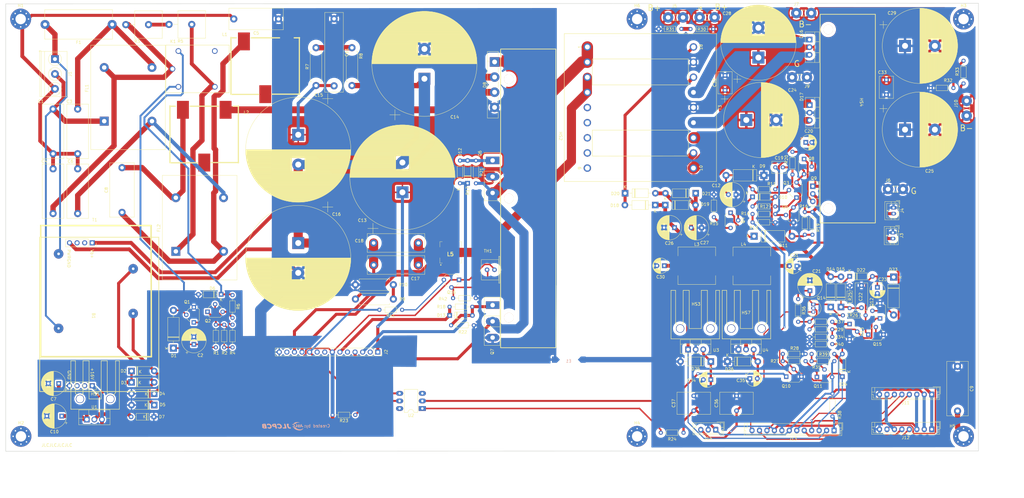
<source format=kicad_pcb>
(kicad_pcb (version 20210228) (generator pcbnew)
  (title_block (title "Power Supply Board v2.0") (date "2021-03-11") (rev "2.0") (company "vH-Audio"))
  (layers (0 "F.Cu" signal) (31 "B.Cu" signal) (34 "B.Paste" user) (35 "F.Paste" user) (36 "B.SilkS" user "B.Silkscreen") (37 "F.SilkS" user "F.Silkscreen") (38 "B.Mask" user) (39 "F.Mask" user) (44 "Edge.Cuts" user))
  (net 0 "")
  (net 1 "Earth_Protective")
  (net 2 "/N")
  (net 3 "GNDA")
  (net 4 "Net-(C2-Pad1)")
  (net 5 "Net-(C3-Pad1)")
  (net 6 "Net-(C4-Pad1)")
  (net 7 "Net-(C6-Pad1)")
  (net 8 "Net-(C7-Pad1)")
  (net 9 "Net-(C8-Pad2)")
  (net 10 "Net-(C8-Pad1)")
  (net 11 "GND")
  (net 12 "+16V")
  (net 13 "VB")
  (net 14 "Net-(C12-Pad2)")
  (net 15 "Net-(C13-Pad2)")
  (net 16 "Net-(C17-Pad1)")
  (net 17 "Net-(C19-Pad2)")
  (net 18 "Net-(C19-Pad1)")
  (net 19 "Net-(C20-Pad1)")
  (net 20 "Net-(C21-Pad1)")
  (net 21 "Net-(C22-Pad1)")
  (net 22 "Net-(C23-Pad1)")
  (net 23 "Net-(C24-Pad1)")
  (net 24 "Net-(C25-Pad2)")
  (net 25 "Net-(C26-Pad1)")
  (net 26 "Net-(C27-Pad2)")
  (net 27 "+24V")
  (net 28 "-24V")
  (net 29 "+15V")
  (net 30 "-15V")
  (net 31 "Net-(D1-Pad2)")
  (net 32 "Net-(D2-Pad2)")
  (net 33 "Net-(D3-Pad2)")
  (net 34 "Net-(D6-Pad1)")
  (net 35 "Net-(D7-Pad2)")
  (net 36 "Net-(D8-Pad2)")
  (net 37 "Net-(D8-Pad3)")
  (net 38 "/PR2")
  (net 39 "Net-(D10-Pad1)")
  (net 40 "Net-(D11-Pad1)")
  (net 41 "Net-(D12-Pad2)")
  (net 42 "HO")
  (net 43 "Net-(D13-Pad2)")
  (net 44 "LO")
  (net 45 "Net-(D14-Pad2)")
  (net 46 "Net-(D16-Pad3)")
  (net 47 "Net-(D16-Pad1)")
  (net 48 "Net-(D18-Pad2)")
  (net 49 "Net-(D23-Pad2)")
  (net 50 "TEMP")
  (net 51 "FAULT")
  (net 52 "/L")
  (net 53 "Net-(FL2-Pad1)")
  (net 54 "CS-")
  (net 55 "CS+")
  (net 56 "Shutdown")
  (net 57 "FBK-")
  (net 58 "FBK+")
  (net 59 "VS")
  (net 61 "Net-(J11-Pad7)")
  (net 62 "/PR1")
  (net 63 "CLIP_A")
  (net 64 "SIG_A")
  (net 65 "Net-(J11-Pad1)")
  (net 66 "CLIP_B")
  (net 67 "SIG_B")
  (net 68 "MUTE")
  (net 69 "PWR")
  (net 71 "Net-(Q1-Pad1)")
  (net 72 "Net-(Q2-Pad3)")
  (net 73 "Net-(Q2-Pad2)")
  (net 74 "Net-(Q3-Pad1)")
  (net 75 "Net-(Q4-Pad3)")
  (net 76 "Net-(Q8-Pad1)")
  (net 77 "Net-(Q8-Pad2)")
  (net 78 "Net-(Q10-Pad1)")
  (net 79 "Net-(Q11-Pad1)")
  (net 80 "Net-(Q11-Pad2)")
  (net 81 "Net-(Q12-Pad1)")
  (net 82 "Net-(Q13-Pad1)")
  (net 83 "Net-(Q14-Pad2)")
  (net 84 "Net-(R3-Pad1)")
  (net 85 "Net-(R7-Pad2)")
  (net 86 "Net-(R10-Pad1)")
  (net 87 "Net-(R23-Pad1)")
  (net 88 "Net-(R24-Pad1)")
  (net 89 "Net-(R30-Pad2)")
  (net 90 "Net-(R32-Pad2)")
  (net 96 "Net-(C9-Pad2)")
  (net 97 "~Shutdown")
  (net 103 "Net-(L5-Pad7)")
  (net 108 "Net-(Q16-Pad3)")
  (net 109 "Net-(Q16-Pad2)")
  (net 110 "Net-(T3-Pad12)")
  (net 111 "Net-(T3-Pad10)")
  (footprint "Capacitor_THT:C_Rect_L18.0mm_W7.0mm_P15.00mm_FKS3_FKP3" (layer "F.Cu") (at 46.761 114.748 -90)
    (fp_text reference "C1")
    (fp_text value "Y2 1n2/500")
  )
  (footprint "Capacitor_THT:CP_Radial_D8.0mm_P2.50mm" (layer "F.Cu") (at 93.9542 193.6912 90)
    (fp_text reference "C2")
    (fp_text value "15µ/25")
  )
  (footprint "Capacitor_THT:C_Rect_L18.0mm_W7.0mm_P15.00mm_FKS3_FKP3" (layer "F.Cu") (at 55.016 114.748 -90)
    (fp_text reference "C3")
    (fp_text value "Y2 1n2/500")
  )
  (footprint "Capacitor_THT:C_Rect_L18.0mm_W7.0mm_P15.00mm_FKS3_FKP3" (layer "F.Cu") (at 46.761 149.8 90)
    (fp_text reference "C4")
    (fp_text value "Y2 1n2/500")
  )
  (footprint "Capacitor_THT:C_Rect_L18.0mm_W7.0mm_P15.00mm_FKS3_FKP3" (layer "F.Cu") (at 55.016 149.8 90)
    (fp_text reference "C6")
    (fp_text value "Y2 1n2/500")
  )
  (footprint "Capacitor_THT:CP_Radial_D8.0mm_P3.50mm" (layer "F.Cu") (at 48.666 206.823 180)
    (fp_text reference "C7")
    (fp_text value "470µ/35")
  )
  (footprint "Capacitor_THT:C_Rect_L18.0mm_W8.0mm_P15.00mm_FKS3_FKP3" (layer "F.Cu") (at 69.875 149.419 90)
    (fp_text reference "C8")
    (fp_text value "X2 220n/400")
  )
  (footprint "Capacitor_THT:C_Rect_L18.0mm_W7.0mm_P15.00mm_FKS3_FKP3" (layer "F.Cu") (at 349.909 201.056 -90)
    (fp_text reference "C9")
    (fp_text value "Y2 1n2/500")
  )
  (footprint "Capacitor_THT:CP_Radial_D8.0mm_P5.00mm" (layer "F.Cu") (at 49.682 217.745 180)
    (fp_text reference "C10")
    (fp_text value "47µ/25")
  )
  (footprint "Capacitor_THT:C_Rect_L26.5mm_W6.0mm_P22.50mm_MKS4" (layer "F.Cu") (at 140.9442 84.4712 -90)
    (fp_text reference "C11")
    (fp_text value "470n/400")
  )
  (footprint "Capacitor_THT:CP_Radial_D8.0mm_P2.50mm" (layer "F.Cu") (at 275.615 143.45 180)
    (fp_text reference "C12")
    (fp_text value "1/50")
  )
  (footprint "Capacitor_THT:CP_Radial_D35.0mm_P10.00mm_SnapIn" (layer "F.Cu") (at 163.855 142.688 90)
    (fp_text reference "C13")
    (fp_text value "2200µ/200V")
  )
  (footprint "Capacitor_THT:CP_Radial_D35.0mm_P10.00mm_SnapIn" (layer "F.Cu") (at 171.221 104.588 90)
    (fp_text reference "C14")
    (fp_text value "2200µ/200V")
  )
  (footprint "Capacitor_THT:CP_Radial_D35.0mm_P10.00mm_SnapIn" (layer "F.Cu") (at 128.93 123.384 -90)
    (fp_text reference "C15")
    (fp_text value "2200µ/200V")
  )
  (footprint "Capacitor_THT:CP_Radial_D35.0mm_P10.00mm_SnapIn" (layer "F.Cu") (at 128.93 159.706 -90)
    (fp_text reference "C16")
    (fp_text value "2200µ/200V")
  )
  (footprint "Capacitor_THT:C_Rect_L19.0mm_W6.0mm_P15.00mm_MKS4" (layer "F.Cu") (at 169.2214 167.072 180)
    (fp_text reference "C17")
    (fp_text value "27n/300V")
  )
  (footprint "Capacitor_THT:C_Rect_L19.0mm_W6.0mm_P15.00mm_MKS4" (layer "F.Cu") (at 154.196 159.6806)
    (fp_text reference "C18")
    (fp_text value "27n/300V")
  )
  (footprint "Capacitor_THT:C_Rect_L4.6mm_W3.8mm_P2.50mm_MKS02_FKP02" (layer "F.Cu") (at 288.843 134.306)
    (fp_text reference "C19")
    (fp_text value "10n")
  )
  (footprint "Capacitor_THT:CP_Radial_D5.0mm_P2.00mm" (layer "F.Cu") (at 299.043888 125.924)
    (fp_text reference "C20")
    (fp_text value "4.7µ/50")
  )
  (footprint "Capacitor_THT:CP_Radial_D8.0mm_P3.50mm" (layer "F.Cu") (at 300.42473 175.708 90)
    (fp_text reference "C21")
    (fp_text value "470µ/35")
  )
  (footprint "Capacitor_THT:C_Rect_L9.0mm_W4.0mm_P7.50mm_MKT" (layer "F.Cu") (at 317.69673 181.423 90)
    (fp_text reference "C22")
    (fp_text value "100n")
  )
  (footprint "Capacitor_THT:CP_Radial_D5.0mm_P2.00mm" (layer "F.Cu") (at 323.03073 174.565 -90)
    (fp_text reference "C23")
    (fp_text value "33µ/35")
  )
  (footprint "Capacitor_THT:CP_Radial_D25.0mm_P10.00mm_SnapIn" (layer "F.Cu") (at 279.10983 118.431)
    (fp_text reference "C24")
    (fp_text value "680µ/200V")
  )
  (footprint "Capacitor_THT:CP_Radial_D25.0mm_P10.00mm_SnapIn" (layer "F.Cu") (at 332.30363 121.6568)
    (fp_text reference "C25")
    (fp_text value "680µ/200V")
  )
  (footprint "Capacitor_THT:CP_Radial_D8.0mm_P3.50mm" (layer "F.Cu") (at 255.041 154.5244 180)
    (fp_text reference "C26")
    (fp_text value "470µ/35")
  )
  (footprint "Capacitor_THT:CP_Radial_D8.0mm_P3.50mm" (layer "F.Cu") (at 264.1318 154.5752 180)
    (fp_text reference "C27")
    (fp_text value "470µ/35")
  )
  (footprint "Capacitor_THT:CP_Radial_D25.0mm_P10.00mm_SnapIn" (layer "F.Cu") (at 283.1564 97.483971 90)
    (fp_text reference "C28")
    (fp_text value "680µ/200V")
  )
  (footprint "Capacitor_THT:CP_Radial_D25.0mm_P10.00mm_SnapIn" (layer "F.Cu") (at 332.30363 93.556)
    (fp_text reference "C29")
    (fp_text value "680µ/200V")
  )
  (footprint "Capacitor_THT:CP_Radial_D5.0mm_P2.50mm" (layer "F.Cu") (at 251.6374 167.326 180)
    (fp_text reference "C30")
    (fp_text value "47µ/35")
  )
  (footprint "Capacitor_THT:CP_Radial_D5.0mm_P2.50mm" (layer "F.Cu") (at 296.073313 167.4276 180)
    (fp_text reference "C31")
    (fp_text value "47µ/35")
  )
  (footprint "Capacitor_THT:C_Rect_L7.2mm_W4.5mm_P5.00mm_FKS2_FKP2_MKS2_MKP2" (layer "F.Cu") (at 271.9804 108.4342 90)
    (fp_text reference "C32")
    (fp_text value "100n/100")
  )
  (footprint "Capacitor_THT:C_Rect_L7.2mm_W4.5mm_P5.00mm_FKS2_FKP2_MKS2_MKP2" (layer "F.Cu") (at 326.057 109.9582 90)
    (fp_text reference "C33")
    (fp_text value "100n/100")
  )
  (footprint "Capacitor_THT:CP_Radial_D5.0mm_P2.50mm" (layer "F.Cu") (at 267.21423 205.553 180)
    (fp_text reference "C34")
    (fp_text value "10µ/35")
  )
  (footprint "Capacitor_THT:CP_Radial_D5.0mm_P2.50mm" (layer "F.Cu") (at 280.29523 205.172)
    (fp_text reference "C35")
    (fp_text value "10µ/35")
  )
  (footprint "Capacitor_THT:C_Rect_L7.2mm_W11.0mm_P5.00mm_FKS2_FKP2_MKS2_MKP2" (layer "F.Cu") (at 275.85023 215.967 90)
    (fp_text reference "C36")
    (fp_text value "470n")
  )
  (footprint "Capacitor_THT:C_Rect_L7.2mm_W11.0mm_P5.00mm_FKS2_FKP2_MKS2_MKP2" (layer "F.Cu") (at 261.49923 215.967 90)
    (fp_text reference "C37")
    (fp_text value "470n")
  )
  (footprint "Diode_THT:D_DO-15_P12.70mm_Horizontal" (layer "F.Cu") (at 87.0962 194.9612 90)
    (fp_text reference "D1")
    (fp_text value "8V2")
  )
  (footprint "Diode_THT:D_DO-41_SOD81_P7.62mm_Horizontal" (layer "F.Cu") (at 73.05 202.632)
    (fp_text reference "D2")
    (fp_text value "1N4004")
  )
  (footprint "Diode_THT:D_DO-41_SOD81_P7.62mm_Horizontal" (layer "F.Cu") (at 73.05 206.442)
    (fp_text reference "D3")
    (fp_text value "1N4004")
  )
  (footprint "Diode_THT:D_DO-41_SOD81_P7.62mm_Horizontal" (layer "F.Cu") (at 80.67 210.252 180)
    (fp_text reference "D4")
    (fp_text value "1N4004")
  )
  (footprint "Diode_THT:D_DO-41_SOD81_P7.62mm_Horizontal" (layer "F.Cu") (at 80.67 214.062 180)
    (fp_text reference "D5")
    (fp_text value "1N4004")
  )
  (footprint "Diode_THT:D_DO-35_SOD27_P7.62mm_Horizontal" (layer "F.Cu") (at 103.0982 176.9272 180)
    (fp_text reference "D6")
    (fp_text value "1N4148")
  )
  (footprint "Diode_THT:D_DO-35_SOD27_P7.62mm_Horizontal" (layer "F.Cu") (at 80.543 217.999 180)
    (fp_text reference "D7")
    (fp_text value "1N4148")
  )
  (footprint "Diode_THT:Diode_Bridge_Vishay_GBU" (layer "F.Cu") (at 194.7414 98.9492 -90)
    (fp_text reference "D8")
    (fp_text value "GBU2506G")
  )
  (footprint "Diode_THT:D_DO-15_P12.70mm_Horizontal" (layer "F.Cu") (at 285.013 136.9984 180)
    (fp_text reference "D9")
    (fp_text value "15V")
  )
  (footprint "Diode_THT:D_DO-35_SOD27_P7.62mm_Horizontal" (layer "F.Cu") (at 281.203 144.212)
    (fp_text reference "D10")
    (fp_text value "1N4148")
  )
  (footprint "Diode_THT:D_DO-15_P12.70mm_Horizontal" (layer "F.Cu") (at 281.711 157.42)
    (fp_text reference "D11")
    (fp_text value "8V2")
  )
  (footprint "Diode_THT:D_DO-35_SOD27_P7.62mm_Horizontal" (layer "F.Cu") (at 185.699 139.64 90)
    (fp_text reference "D12")
    (fp_text value "1N4148")
  )
  (footprint "Diode_THT:D_DO-35_SOD27_P7.62mm_Horizontal" (layer "F.Cu") (at 179.6768 183.9884)
    (fp_text reference "D13")
    (fp_text value "1N4148")
  )
  (footprint "Diode_THT:D_DO-41_SOD81_P10.16mm_Horizontal" (layer "F.Cu") (at 307.40973 181.169 90)
    (fp_text reference "D14")
    (fp_text value "MUR120")
  )
  (footprint "Diode_THT:D_DO-41_SOD81_P10.16mm_Horizontal" (layer "F.Cu") (at 310.83873 181.169 90)
    (fp_text reference "D15")
    (fp_text value "MUR120")
  )
  (footprint "Package_TO_SOT_THT:TO-220-3_Vertical" (layer "F.Cu") (at 300.276 91.4562 -90)
    (fp_text reference "D16")
    (fp_text value "MUR1620CTG")
  )
  (footprint "Package_TO_SOT_THT:TO-220-3_Vertical" (layer "F.Cu") (at 300.3268 113.4272 -90)
    (fp_text reference "D17")
    (fp_text value "MUR1620CTG")
  )
  (footprint "Diode_THT:D_DO-41_SOD81_P10.16mm_Horizontal" (layer "F.Cu") (at 248.587 146.9552 180)
    (fp_text reference "D18")
    (fp_text value "MUR120")
  )
  (footprint "Diode_THT:D_DO-41_SOD81_P10.16mm_Horizontal" (layer "F.Cu") (at 251.9398 146.9552)
    (fp_text reference "D19")
    (fp_text value "MUR120")
  )
  (footprint "Diode_THT:D_DO-41_SOD81_P10.16mm_Horizontal" (layer "F.Cu") (at 238.4778 142.9928)
    (fp_text reference "D20")
    (fp_text value "MUR120")
  )
  (footprint "Diode_THT:D_DO-41_SOD81_P10.16mm_Horizontal" (layer "F.Cu") (at 262.1506 142.9928 180)
    (fp_text reference "D21")
    (fp_text value "MUR120")
  )
  (footprint "Diode_THT:D_DO-35_SOD27_P7.62mm_Horizontal" (layer "F.Cu") (at 313.75973 170.882)
    (fp_text reference "D22")
    (fp_text value "1N4148")
  )
  (footprint "Diode_THT:D_DO-15_P12.70mm_Horizontal" (layer "F.Cu") (at 328.49173 171.136 -90)
    (fp_text reference "D23")
    (fp_text value "15V")
  )
  (footprint "Diode_THT:D_DO-35_SOD27_P7.62mm_Horizontal" (layer "F.Cu") (at 311.28323 204.537 90)
    (fp_text reference "D24")
    (fp_text value "1N4148")
  )
  (footprint "Diode_THT:D_DO-41_SOD81_P10.16mm_Horizontal" (layer "F.Cu") (at 267.21423 199.457 180)
    (fp_text reference "D25")
    (fp_text value "1N4001")
  )
  (footprint "Diode_THT:D_DO-41_SOD81_P10.16mm_Horizontal" (layer "F.Cu") (at 272.80223 199.457)
    (fp_text reference "D26")
    (fp_text value "1N4001")
  )
  (footprint "Fuse:Fuseholder_Cylinder-5x20mm_Schurter_0031_8201_Horizontal_Open" (layer "F.Cu") (at 66.573 86.3635 180)
    (fp_text reference "F1")
    (fp_text value "T6A")
  )
  (footprint "Userlibrary:L_CommonMode_Toroid_Vertical_L35mm_W25mm_Px19mm_Py18mm_Kemet_SC07_70J" (layer "F.Cu") (at 63.906 118.812 90)
    (fp_text reference "FL1")
    (fp_text value "7mH/7A")
  )
  (footprint "Userlibrary:L_CommonMode_Toroid_Vertical_L35mm_W25mm_Px19mm_Py18mm_Kemet_SC07_70J" (layer "F.Cu") (at 87.909 162.5 90)
    (fp_text reference "FL2")
    (fp_text value "7mH//A")
  )
  (footprint "UserLibrary:Heatsink_100x45x18mm_3xFixationM3" (layer "F.Cu") (at 199.469 144.72 -90)
    (fp_text reference "HS2")
    (fp_text value "Heatsink")
  )
  (footprint "Userlibrary:Heatsink EA2 T220" (layer "F.Cu") (at 262.00723 183.709 90)
    (fp_text reference "HS3")
    (fp_text value "Heatsink")
  )
  (footprint "UserLibrary:Heatsink_70x45x18mm_2xFixationM3" (layer "F.Cu") (at 306.5854 118.0567 -90)
    (fp_text reference "HS4")
    (fp_text value "Heatsink")
  )
  (footprint "Userlibrary:Heatsink EA2 T220" (layer "F.Cu") (at 60.858 207.331 90)
    (fp_text reference "HS5")
    (fp_text value "Heatsink")
  )
  (footprint "TerminalBlock_Phoenix:TerminalBlock_Phoenix_PT-1,5-3-5.0-H_1x03_P5.00mm_Horizontal" (layer "F.Cu") (at 47.396 97.984 -90)
    (fp_text reference "J1")
    (fp_text value "CONN_01X03")
  )
  (footprint "Connector_PinSocket_2.54mm:PinSocket_1x14_P2.54mm_Vertical" (layer "F.Cu") (at 155.6 196.282 -90)
    (fp_text reference "J2")
    (fp_text value "CON_CTRL_Board")
  )
  (footprint "Connector_JST:JST_PH_B2B-PH-K_1x02_P2.00mm_Vertical" (layer "F.Cu") (at 328.2438 156.2008 -90)
    (fp_text reference "J3")
    (fp_text value "CONN_01X02")
  )
  (footprint "Connector_JST:JST_PH_B2B-PH-K_1x02_P2.00mm_Vertical" (layer "F.Cu") (at 328.4558 147.8348 -90)
    (fp_text reference "J4")
    (fp_text value "CONN_01X02")
  )
  (footprint "Userlibrary:PCB_Connector_6.35x0.81mm_Vertical" (layer "F.Cu") (at 257.8958 84.0132 180)
    (fp_text reference "J5")
    (fp_text value "+BH")
  )
  (footprint "Userlibrary:PCB_Connector_6.35x0.81mm_Vertical" (layer "F.Cu") (at 326.6182 141.6212)
    (fp_text reference "J6")
    (fp_text value "G")
  )
  (footprint "Userlibrary:PCB_Connector_6.35x0.81mm_Vertical" (layer "F.Cu") (at 295.8742 82.5416)
    (fp_text reference "J7")
    (fp_text value "-BH")
  )
  (footprint "Userlibrary:PCB_Connector_6.35x0.81mm_Vertical" (layer "F.Cu") (at 263.4638 83.964)
    (fp_text reference "J8")
    (fp_text value "+BH")
  )
  (footprint "Userlibrary:PCB_Connector_6.35x0.81mm_Vertical" (layer "F.Cu") (at 299.459 104.106 180)
    (fp_text reference "J9")
    (fp_text value "G")
  )
  (footprint "Userlibrary:PCB_Connector_6.35x0.81mm_Vertical" (layer "F.Cu") (at 352.959 112.006 -90)
    (fp_text reference "J10")
    (fp_text value "-BH")
  )
  (footprint "Connector_JST:JST_EH_B8B-EH-A_1x08_P2.50mm_Vertical" (layer "F.Cu") (at 341.25523 210.506 180)
    (fp_text reference "J11")
    (fp_text value "CON_AMP_A")
  )
  (footprint "Connector_JST:JST_EH_B8B-EH-A_1x08_P2.50mm_Vertical" (layer "F.Cu") (at 341.25523 222.19 180)
    (fp_text reference "J12")
    (fp_text value "CON_AMP_B")
  )
  (footprint "Connector_JST:JST_EH_B12B-EH-A_1x12_P2.50mm_Vertical" (layer "F.Cu") (at 308.52323 222.5785 180)
    (fp_text reference "J13")
    (fp_text value "CON_LED")
  )
  (footprint "Connector_JST:JST_EH_B3B-EH-A_1x03_P2.50mm_Vertical" (layer "F.Cu") (at 268.8562 222.3424 180)
    (fp_text reference "J14")
    (fp_text value "CONN_01X03")
  )
  (footprint "Userlibrary:FINDER_36.11" (layer "F.Cu") (at 86.766 101.286)
    (fp_text reference "K1")
    (fp_text value "Pana JS1-12V-F")
  )
  (footprint "Userlibrary:L_muRata_6000A" (layer "F.Cu") (at 117.881 92.055 180)
    (fp_text reference "L1")
    (fp_text value "57µ/10Arms")
  )
  (footprint "Userlibrary:L_muRata_6000A" (layer "F.Cu") (at 97.434 115.002 180)
    (fp_text reference "L2")
    (fp_text value "57µ/10Arms")
  )
  (footprint "Inductor_SMD:L_Wuerth_WE-PD-Typ-LS_Handsoldering" (layer "F.Cu") (at 262.5086 167.326)
    (fp_text reference "L3")
    (fp_text value "10µ")
  )
  (footprint "Inductor_SMD:L_Wuerth_WE-PD-Typ-LS_Handsoldering" (layer "F.Cu") (at 280.949 167.3768 180)
    (fp_text reference "L4")
    (fp_text value "10µ")
  )
  (footprint "Package_TO_SOT_THT:TO-92_Wide" (layer "F.Cu") (at 93.9542 186.3252 90)
    (fp_text reference "Q1")
    (fp_text value "BC546")
  )
  (footprint "Package_TO_SOT_THT:TO-92_Wide" (layer "F.Cu") (at 98.5262 182.7692)
    (fp_text reference "Q2")
    (fp_text value "MPSA06")
  )
  (footprint "Package_TO_SOT_THT:TO-92_Wide" (layer "F.Cu") (at 295.943 144.466 90)
    (fp_text reference "Q3")
    (fp_text value "MPSA56")
  )
  (footprint "Package_TO_SOT_THT:TO-92_Wide" (layer "F.Cu") (at 273.837 149.546 -90)
    (fp_text reference "Q4")
    (fp_text value "MPSA06")
  )
  (footprint "Package_TO_SOT_THT:TO-92_Wide" (layer "F.Cu") (at 294.927 152.848 90)
    (fp_text reference "Q5")
    (fp_text value "MPSA56")
  )
  (footprint "Package_TO_SOT_THT:TO-247-3_Vertical" (layer "F.Cu") (at 194.081 131.9819 -90)
    (fp_text reference "Q6")
    (fp_text value "IRFP460")
  )
  (footprint "Package_TO_SOT_THT:TO-247-3_Vertical" (layer "F.Cu") (at 194.081 180.534 -90)
    (fp_text reference "Q7")
    (fp_text value "IRFP460")
  )
  (footprint "Package_TO_SOT_THT:TO-92_Wide" (layer "F.Cu") (at 298.475 131.512 -90)
    (fp_text reference "Q8")
    (fp_text value "MPSA56")
  )
  (footprint "Package_TO_SOT_THT:TO-126-3_Vertical" (layer "F.Cu") (at 301.402 140.656 -90)
    (fp_text reference "Q9")
    (fp_text value "MJE350")
  )
  (footprint "Package_TO_SOT_THT:TO-92_Wide" (layer "F.Cu") (at 292.48723 204.537)
    (fp_text reference "Q10")
    (fp_text value "BC546")
  )
  (footprint "Package_TO_SOT_THT:TO-92_Wide" (layer "F.Cu") (at 302.77423 204.664)
    (fp_text reference "Q11")
    (fp_text value "BC546")
  )
  (footprint "Package_TO_SOT_THT:TO-92_Wide" (layer "F.Cu") (at 323.91973 184.979 90)
    (fp_text reference "Q12")
    (fp_text value "BC546")
  )
  (footprint "Package_TO_SOT_THT:TO-92_Inline" (layer "F.Cu") (at 301.56773 180.28 -90)
    (fp_text reference "Q14")
    (fp_text value "MPSA56")
  )
  (footprint "Package_TO_SOT_THT:TO-92_Wide" (layer "F.Cu") (at 319.98273 190.44)
    (fp_text reference "Q15")
    (fp_text value "BC546")
  )
  (footprint "Resistor_THT:R_Axial_DIN0204_L3.6mm_D1.6mm_P7.62mm_Horizontal" (layer "F.Cu") (at 101.3202 194.7072 90)
    (fp_text reference "R1")
    (fp_text value "68k")
  )
  (footprint "Resistor_THT:R_Axial_DIN0204_L3.6mm_D1.6mm_P7.62mm_Horizontal" (layer "F.Cu") (at 104.1142 194.7072 90)
    (fp_text reference "R2")
    (fp_text value "470")
  )
  (footprint "Resistor_THT:R_Axial_Power_L25.0mm_W9.0mm_P7.62mm_Vertical" (layer "F.Cu") (at 78.765 86.427 180)
    (fp_text reference "R3")
    (fp_text value "15/5W")
  )
  (footprint "Resistor_THT:R_Axial_DIN0204_L3.6mm_D1.6mm_P7.62mm_Horizontal" (layer "F.Cu") (at 106.9082 187.0872 -90)
    (fp_text reference "R4")
    (fp_text value "1k")
  )
  (footprint "Resistor_THT:R_Axial_Power_L25.0mm_W9.0mm_P7.62mm_Vertical" (layer "F.Cu") (at 93.243 86.3635 180)
    (fp_text reference "R5")
    (fp_text value "15/5W")
  )
  (footprint "Resistor_THT:R_Axial_DIN0204_L3.6mm_D1.6mm_P7.62mm_Horizontal" (layer "F.Cu") (at 106.9082 177.1812 -90)
    (fp_text reference "R6")
    (fp_text value "120")
  )
  (footprint "Resistor_THT:R_Axial_DIN0411_L9.9mm_D3.6mm_P12.70mm_Horizontal" (layer "F.Cu") (at 134.899 106.874 90)
    (fp_text reference "R7")
    (fp_text value "47k/0.5W")
  )
  (footprint "Resistor_THT:R_Axial_DIN0411_L9.9mm_D3.6mm_P12.70mm_Horizontal" (layer "F.Cu") (at 146.9386 94.174 -90)
    (fp_text reference "R8")
    (fp_text value "47k/0.5W")
  )
  (footprint "Resistor_THT:R_Axial_DIN0411_L9.9mm_D3.6mm_P12.70mm_Horizontal" (layer "F.Cu") (at 148.107 178.502)
    (fp_text reference "R9")
    (fp_text value "47k/0.5W")
  )
  (footprint "Resistor_THT:R_Axial_DIN0411_L9.9mm_D3.6mm_P12.70mm_Horizontal" (layer "F.Cu") (at 160.807 173.676 180)
    (fp_text reference "R10")
    (fp_text value "47k/0.5W")
  )
  (footprint "Resistor_THT:R_Axial_DIN0204_L3.6mm_D1.6mm_P7.62mm_Horizontal" (layer "F.Cu") (at 288.823 141.672 180)
    (fp_text reference "R11")
    (fp_text value "8k2")
  )
  (footprint "Resistor_THT:R_Axial_DIN0204_L3.6mm_D1.6mm_P7.62mm_Horizontal" (layer "F.Cu") (at 288.823 147.428 180)
    (fp_text reference "R12")
    (fp_text value "5k6")
  )
  (footprint "Resistor_THT:R_Axial_DIN0204_L3.6mm_D1.6mm_P7.62mm_Horizontal" (layer "F.Cu") (at 281.203 152.762)
    (fp_text reference "R13")
    (fp_text value "330")
  )
  (footprint "Resistor_THT:R_Axial_DIN0204_L3.6mm_D1.6mm_P7.62mm_Horizontal" (layer "F.Cu") (at 288.823 149.968 180)
    (fp_text reference "R14")
    (fp_text value "330")
  )
  (footprint "Resistor_THT:R_Axial_DIN0204_L3.6mm_D1.6mm_P7.62mm_Horizontal" (layer "F.Cu") (at 268.2466 151.0192 90)
    (fp_text reference "R15")
    (fp_text value "220")
  )
  (footprint "Resistor_THT:R_Axial_DIN0204_L3.6mm_D1.6mm_P7.62mm_Horizontal" (layer "F.Cu") (at 298.729 149.292 -90)
    (fp_text reference "R16")
    (fp_text value "12k")
  )
  (footprint "Resistor_THT:R_Axial_DIN0204_L3.6mm_D1.6mm_P7.62mm_Horizontal" (layer "F.Cu") (at 183.159 132.02 -90)
    (fp_text reference "R17")
    (fp_text value "10")
  )
  (footprint "Resistor_THT:R_Axial_DIN0204_L3.6mm_D1.6mm_P7.62mm_Horizontal" (layer "F.Cu") (at 187.2714 181.0928 180)
    (fp_text reference "R18")
    (fp_text value "10")
  )
  (footprint "Resistor_THT:R_Axial_DIN0204_L3.6mm_D1.6mm_P7.62mm_Horizontal" (layer "F.Cu") (at 301.269 149.292 -90)
    (fp_text reference "R19")
    (fp_text value "18k")
  )
  (footprint "Resistor_THT:R_Axial_DIN0204_L3.6mm_D1.6mm_P7.62mm_Horizontal" (layer "F.Cu") (at 294.5864 129.099 -90)
    (fp_text reference "R20")
    (fp_text value "220")
  )
  (footprint "Resistor_THT:R_Axial_DIN0204_L3.6mm_D1.6mm_P7.62mm_Horizontal" (layer "F.Cu") (at 188.493 132.0454 -90)
    (fp_text reference "R21")
    (fp_text value "1k")
  )
  (footprint "Resistor_THT:R_Axial_DIN0204_L3.6mm_D1.6mm_P7.62mm_Horizontal" (layer "F.Cu") (at 180.1594 187.2904)
    (fp_text reference "R22")
    (fp_text value "1k")
  )
  (footprint "Resistor_THT:R_Axial_DIN0204_L3.6mm_D1.6mm_P7.62mm_Horizontal" (layer "F.Cu") (at 148.0562 217.364 180)
    (fp_text reference "R23")
    (fp_text value "12k")
  )
  (footprint "Resistor_THT:R_Axial_DIN0204_L3.6mm_D1.6mm_P7.62mm_Horizontal" (layer "F.Cu") (at 250.45023 223.333)
    (fp_text reference "R24")
    (fp_text value "680")
  )
  (footprint "Resistor_THT:R_Axial_DIN0204_L3.6mm_D1.6mm_P7.62mm_Horizontal" (layer "F.Cu") (at 313.75973 181.55 90)
    (fp_text reference "R25")
    (fp_text value "4k7")
  )
  (footprint "Resistor_THT:R_Axial_DIN0204_L3.6mm_D1.6mm_P7.62mm_Horizontal" (layer "F.Cu") (at 311.47373 183.963)
    (fp_text reference "R26")
    (fp_text value "150k")
  )
  (footprint "Resistor_THT:R_Axial_DIN0204_L3.6mm_D1.6mm_P7.62mm_Horizontal" (layer "F.Cu") (at 291.34423 199.33)
    (fp_text reference "R27")
    (fp_text value "10k")
  )
  (footprint "Resistor_THT:R_Axial_DIN0204_L3.6mm_D1.6mm_P7.62mm_Horizontal" (layer "F.Cu") (at 298.96423 196.917 180)
    (fp_text reference "R28")
    (fp_text value "1k")
  )
  (footprint "Resistor_THT:R_Axial_DIN0204_L3.6mm_D1.6mm_P7.62mm_Horizontal" (layer "F.Cu") (at 300.29773 188.662)
    (fp_text reference "R29")
    (fp_text value "220k")
  )
  (footprint "Resistor_THT:R_Axial_DIN0204_L3.6mm_D1.6mm_P7.62mm_Horizontal" (layer "F.Cu") (at 268.018 87.9002 180)
    (fp_text reference "R30")
    (fp_text value "100k")
  )
  (footprint "Resistor_THT:R_Axial_DIN0204_L3.6mm_D1.6mm_P7.62mm_Horizontal" (layer "F.Cu") (at 257.35 87.8494 180)
    (fp_text reference "R31")
    (fp_text value "100k")
  )
  (footprint "Resistor_THT:R_Axial_DIN0204_L3.6mm_D1.6mm_P7.62mm_Horizontal" (layer "F.Cu") (at 340.909 107.6868)
    (fp_text reference "R32")
    (fp_text value "100k")
  )
  (footprint "Resistor_THT:R_Axial_DIN0204_L3.6mm_D1.6mm_P7.62mm_Horizontal" (layer "F.Cu") (at 351.909 98.556 -90)
    (fp_text reference "R33")
    (fp_text value "100k")
  )
  (footprint "Resistor_THT:R_Axial_DIN0204_L3.6mm_D1.6mm_P7.62mm_Horizontal" (layer "F.Cu") (at 307.91773 191.202 180)
    (fp_text reference "R34")
    (fp_text value "100k")
  )
  (footprint "Resistor_THT:R_Axial_DIN0204_L3.6mm_D1.6mm_P7.62mm_Horizontal" (layer "F.Cu") (at 300.99623 199.33)
    (fp_text reference "R35")
    (fp_text value "1k")
  )
  (footprint "Resistor_THT:R_Axial_DIN0204_L3.6mm_D1.6mm_P7.62mm_Horizontal" (layer "F.Cu") (at 296.48773 178.502 -90)
    (fp_text reference "R36")
    (fp_text value "220k")
  )
  (footprint "Resistor_THT:R_Axial_DIN0204_L3.6mm_D1.6mm_P7.62mm_Horizontal" (layer "F.Cu") (at 300.29773 186.122)
    (fp_text reference "R37")
    (fp_text value "220k")
  )
  (footprint "Resistor_THT:R_Axial_DIN0204_L3.6mm_D1.6mm_P7.62mm_Horizontal" (layer "F.Cu") (at 307.98123 217.872 90)
    (fp_text reference "R38")
    (fp_text value "10k")
  )
  (footprint "Resistor_THT:R_Axial_DIN0204_L3.6mm_D1.6mm_P7.62mm_Horizontal" (layer "F.Cu") (at 308.61623 196.917 180)
    (fp_text reference "R39")
    (fp_text value "10k")
  )
  (footprint "Resistor_THT:R_Axial_DIN0204_L3.6mm_D1.6mm_P7.62mm_Horizontal" (layer "F.Cu") (at 307.91773 193.615 180)
    (fp_text reference "R40")
    (fp_text value "56k")
  )
  (footprint "Userlibrary:ETD44_18Pin_Horizontal_EPCOS-B663661018T" (layer "F.Cu") (at 243.611 114.24 -90)
    (fp_text reference "T3")
    (fp_text value "Half_Bridge_Transformer")
  )
  (footprint "Package_TO_SOT_THT:TO-220F-3_Vertical" (layer "F.Cu") (at 58.064 218.888)
    (fp_text reference "U1")
    (fp_text value "LM7815ACT")
  )
  (footprint "Package_DIP:DIP-6_W7.62mm_LongPads" (layer "F.Cu") (at 170.5248 215.2154 180)
    (fp_text reference "U2")
    (fp_text value "CNY75G")
  )
  (footprint "Package_TO_SOT_THT:TO-220-3_Vertical" (layer "F.Cu") (at 259.59423 195.393)
    (fp_text reference "U3")
    (fp_text value "LM7815ACT")
  )
  (footprint "Package_TO_SOT_THT:TO-220-3_Vertical" (layer "F.Cu") (at 276.48523 195.393)
    (fp_text reference "U4")
    (fp_text value "LM7915CT")
  )
  (footprint "Userlibrary:Transformer_Block_EI42_VC-05VA_1xSec" (layer "F.Cu") (at 61.112 175.835)
    (fp_text reference "T1")
    (fp_text value "Transformer_1P_1S")
  )
  (footprint "MountingHole:MountingHole_3.5mm_Pad_Via" (layer "F.Cu") (at 35.909 84.556)
    (fp_text reference "H1")
    (fp_text value "MountingHole_Pad")
  )
  (footprint "MountingHole:MountingHole_3.5mm_Pad_Via" (layer "F.Cu") (at 36 224.556)
    (fp_text reference "H2")
    (fp_text value "MountingHole")
  )
  (footprint "MountingHole:MountingHole_3.5mm_Pad_Via" (layer "F.Cu") (at 351.909 84.556)
    (fp_text reference "H3")
    (fp_text value "MountingHole")
  )
  (footprint "MountingHole:MountingHole_3.5mm_Pad_Via" (layer "F.Cu") (at 242.521 224.556)
    (fp_text reference "H4")
    (fp_text value "MountingHole")
  )
  (footprint "Capacitor_THT:C_Rect_L18.0mm_W7.0mm_P15.00mm_FKS3_FKP3" (layer "F.Cu") (at 122.326 84.522 180)
    (fp_text reference "C5")
    (fp_text value "Y2 1n2/500")
  )
  (footprint "MountingHole:MountingHole_3.5mm_Pad_Via" (layer "F.Cu") (at 351.909 224.556)
    (fp_text reference "H5")
    (fp_text value "MountingHole_Pad")
  )
  (footprint "Userlibrary:Heatsink EA2 T220" (layer "F.Cu") (at 279.15223 183.709 90)
    (fp_text reference "HS7")
    (fp_text value "Heatsink")
  )
  (footprint "Resistor_THT:R_Axial_DIN0204_L3.6mm_D1.6mm_P7.62mm_Horizontal" (layer "F.Cu") (at 163.751 182.1088 180)
    (fp_text reference "R41")
    (fp_text value "12k")
  )
  (footprint "UserLibrary:PTC Epcos D1052" (layer "F.Cu") (at 194.7136 168.6722)
    (fp_text reference "TH1")
    (fp_text value "Thermistor_PTC")
  )
  (footprint "Resistor_THT:R_Axial_DIN0204_L3.6mm_D1.6mm_P7.62mm_Horizontal" (layer "F.Cu") (at 180.8198 178.1972)
    (fp_text reference "R42")
    (fp_text value "120k")
  )
  (footprint "Package_TO_SOT_THT:TO-92_Wide" (layer "F.Cu") (at 182.8264 172.0424 180)
    (fp_text reference "Q16")
    (fp_text value "MPSA06")
  )
  (footprint "Package_TO_SOT_THT:TO-92_Wide" (layer "F.Cu") (at 313.715 186.884 -90)
    (fp_text reference "Q13")
    (fp_text value "BC546")
  )
  (footprint "MountingHole:MountingHole_3.5mm_Pad_Via" (layer "F.Cu") (at 242.521 84.556)
    (fp_text reference "H6")
    (fp_text value "MountingHole")
  )
  (footprint "SamacSys_Parts:53100C" (layer "F.Cu") (at 180.021 162.856)
    (fp_text reference "L5")
    (fp_text value "53100C-I-XFR" hide)
  )
  (footprint "UserLibrary:Aux Power Supply Board" (layer "F.Cu") (at 59.8674 184.09 -90)
    (fp_text reference "B1")
    (fp_text value "AuxPowerSupplyBoard")
  )
  (footprint "LogoLibrary:JLCPCB_14x2.9" (layer "B.Cu") (at 123.723 221.174 180)
    (fp_text reference "G***" hide)
    (fp_text value "LOGO" hide)
  )
  (footprint "UserLibrary:SparkGap 5000V Top" (layer "B.Cu") (at 219.5318 198.822)
    (fp_text reference "E1")
    (fp_text value "SparkGap")
  )
  (gr_line (start 30.909 229.556) (end 356.909 229.4544) (layer "Edge.Cuts") (width 0.15))
  (gr_line (start 356.909 79.2704) (end 30.909 79.472) (layer "Edge.Cuts") (width 0.15))
  (gr_line (start 30.909 79.472) (end 30.909 229.556) (layer "Edge.Cuts") (width 0.15))
  (gr_line (start 356.909 229.4544) (end 356.909 79.2704) (layer "Edge.Cuts") (width 0.15))
  (gr_text "Created by: " (at 134.899 221.047) (layer "B.SilkS") (effects (font (size 1 1)) (justify mirror)))
  (gr_text "B-" (at 352.909 121.1488) (layer "F.SilkS") (effects (font (size 2 2) (thickness 0.25))))
  (gr_text "G" (at 335.2034 142.2308) (layer "F.SilkS") (effects (font (size 2 2) (thickness 0.25))))
  (gr_text "JLCJLCJLCJLC" (at 48.031 227.524) (layer "F.SilkS") (effects (font (size 1 1))))
  (gr_text "B+" (at 248.2822 80.8136) (layer "F.SilkS") (effects (font (size 2 2) (thickness 0.25))))
  (gr_text "G" (at 296.059 99.556) (layer "F.SilkS") (effects (font (size 2 2) (thickness 0.25))))
  (gr_text "B+" (at 270.7612 80.5342) (layer "F.SilkS") (effects (font (size 2 2) (thickness 0.25))))
  (gr_text "B-" (at 298.909 86.3) (layer "F.SilkS") (effects (font (size 2 2) (thickness 0.25))))
  (segment (start 106.126001 83.322001) (end 39.589999 83.322001) (width 1.016) (layer "F.Cu") (net 1))
  (segment (start 47.396 107.984) (end 42.443 112.937) (width 1.27) (layer "F.Cu") (net 1))
  (segment (start 46.761 129.748) (end 46.761 134.8) (width 1.27) (layer "F.Cu") (net 1))
  (segment (start 55.016 129.748) (end 55.016 134.8) (width 1.27) (layer "F.Cu") (net 1))
  (segment (start 107.326 84.522) (end 106.126001 83.322001) (width 1.016) (layer "F.Cu") (net 1))
  (segment (start 42.443 112.937) (end 42.443 125.43) (width 1.27) (layer "F.Cu") (net 1))
  (segment (start 42.443 125.43) (end 46.761 129.748) (width 1.27) (layer "F.Cu") (net 1))
  (segment (start 36.44 97.028) (end 47.396 107.984) (width 1.27) (layer "F.Cu") (net 1))
  (segment (start 46.761 129.748) (end 55.016 129.748) (width 1.27) (layer "F.Cu") (net 1))
  (segment (start 39.589999 83.322001) (end 36.44 86.472) (width 1.016) (layer "F.Cu") (net 1))
  (segment (start 36.44 86.472) (end 36.44 97.028) (width 1.27) (layer "F.Cu") (net 1))
  (segment (start 47.396 102.984) (end 50.231001 105.819001) (width 1.27) (layer "F.Cu") (net 2))
  (segment (start 46.761 114.748) (end 50.825 118.812) (width 1.778) (layer "F.Cu") (net 2))
  (segment (start 50.825 118.812) (end 63.906 118.812) (width 1.778) (layer "F.Cu") (net 2))
  (segment (start 50.231001 111.277999) (end 46.761 114.748) (width 1.27) (layer "F.Cu") (net 2))
  (segment (start 50.231001 105.819001) (end 50.231001 111.277999) (width 1.27) (layer "F.Cu") (net 2))
  (segment (start 46.761 114.748) (end 44.343499 117.165501) (width 0.635) (layer "B.Cu") (net 2))
  (segment (start 44.343499 117.165501) (end 44.343499 184.066499) (width 0.635) (layer "B.Cu") (net 2))
  (segment (start 44.343499 184.066499) (end 48.612 188.335) (width 0.635) (layer "B.Cu") (net 2))
  (segment (start 52.2728 159.635) (end 54.457811 161.820011) (width 1.27) (layer "F.Cu") (net 3))
  (segment (start 101.897719 171.493127) (end 111.570836 161.820011) (width 1.27) (layer "F.Cu") (net 3))
  (segment (start 81.974884 171.493127) (end 101.897719 171.493127) (width 1.27) (layer "F.Cu") (net 3))
  (segment (start 111.570836 161.820011) (end 121.044011 161.820011) (width 1.27) (layer "F.Cu") (net 3))
  (segment (start 121.044011 161.820011) (end 128.93 169.706) (width 1.27) (layer "F.Cu") (net 3))
  (segment (start 72.301767 161.820011) (end 81.974884 171.493127) (width 1.27) (layer "F.Cu") (net 3))
  (segment (start 54.457811 161.820011) (end 72.301767 161.820011) (width 1.27) (layer "F.Cu") (net 3))
  (segment (start 76.053478 158.417476) (end 90.626501 172.990499) (width 0.635) (layer "B.Cu") (net 3))
  (segment (start 90.626501 172.990499) (end 90.6014 173.0156) (width 0.635) (layer "B.Cu") (net 3))
  (segment (start 128.93 169.706) (end 116.357 182.279) (width 3.81) (layer "B.Cu") (net 3))
  (segment (start 88.766 107.286) (end 85.818093 107.286) (width 0.635) (layer "B.Cu") (net 3))
  (segment (start 76.053478 117.050615) (end 76.053478 158.417476) (width 0.635) (layer "B.Cu") (net 3))
  (segment (start 85.818093 107.286) (end 76.053478 117.050615) (width 0.635) (layer "B.Cu") (net 3))
  (segment (start 90.626501 172.990499) (end 90.626501 176.596701) (width 0.635) (layer "B.Cu") (net 3))
  (segment (start 116.357 182.279) (end 116.357 192.472) (width 3.81) (layer "B.Cu") (net 3))
  (segment (start 96.7482 193.6912) (end 93.9542 193.6912) (width 0.508) (layer "F.Cu") (net 4))
  (segment (start 93.9542 193.6912) (end 90.9062 193.6912) (width 0.508) (layer "F.Cu") (net 4))
  (segment (start 97.7642 194.7072) (end 96.7482 193.6912) (width 0.508) (layer "F.Cu") (net 4))
  (segment (start 90.9062 193.6912) (end 89.6362 194.9612) (width 0.508) (layer "F.Cu") (net 4))
  (segment (start 101.3202 194.7072) (end 97.7642 194.7072) (width 0.508) (layer "F.Cu") (net 4))
  (segment (start 89.6362 194.9612) (end 87.0962 194.9612) (width 0.508) (layer "F.Cu") (net 4))
  (segment (start 55.016 97.9205) (end 66.573 86.3635) (width 1.778) (layer "F.Cu") (net 5))
  (segment (start 55.016 114.748) (end 55.016 97.9205) (width 1.778) (layer "F.Cu") (net 5))
  (segment (start 79.906 99.6965) (end 79.906 100.812) (width 1.778) (layer "F.Cu") (net 5))
  (segment (start 66.573 86.3635) (end 79.906 99.6965) (width 1.778) (layer "F.Cu") (net 5))
  (segment (start 83.950999 104.101001) (end 86.766 101.286) (width 1.778) (layer "F.Cu") (net 6))
  (segment (start 86.766 101.286) (end 71.907 86.427) (width 1.778) (layer "F.Cu") (net 6))
  (segment (start 46.761 149.8) (end 46.761 147.478722) (width 1.778) (layer "F.Cu") (net 6))
  (segment (start 67.195001 104.101001) (end 83.950999 104.101001) (width 1.778) (layer "F.Cu") (net 6))
  (segment (start 67.195001 127.044721) (end 67.195001 104.101001) (width 1.778) (layer "F.Cu") (net 6))
  (segment (start 71.907 86.427) (end 71.145 86.427) (width 1.778) (layer "F.Cu") (net 6))
  (segment (start 46.761 147.478722) (end 67.195001 127.044721) (width 1.778) (layer "F.Cu") (net 6))
  (segment (start 63.906 100.812) (end 67.195001 104.101001) (width 1.778) (layer "F.Cu") (net 6))
  (segment (start 79.906 118.812) (end 55.016 143.702) (width 1.778) (layer "F.Cu") (net 7))
  (segment (start 55.016 143.702) (end 55.016 149.8) (width 1.778) (layer "F.Cu") (net 7))
  (segment (start 103.909 144.5) (end 103.909 142.815) (width 1.27) (layer "B.Cu") (net 7))
  (segment (start 103.909 142.815) (end 79.906 118.812) (width 1.27) (layer "B.Cu") (net 7))
  (segment (start 48.666 210.3282) (end 48.666 206.823) (width 1.27) (layer "F.Cu") (net 8))
  (segment (start 73.05 206.442) (end 66.4206 206.442) (width 1.27) (layer "F.Cu") (net 8))
  (segment (start 66.4206 206.442) (end 58.064 214.7986) (width 1.27) (layer "F.Cu") (net 8))
  (segment (start 57.2258 218.888) (end 48.666 210.3282) (width 1.27) (layer "F.Cu") (net 8))
  (segment (start 58.064 218.888) (end 57.2258 218.888) (width 1.27) (layer "F.Cu") (net 8))
  (segment (start 73.05 202.632) (end 73.05 206.442) (width 0.762) (layer "F.Cu") (net 8))
  (segment (start 58.064 214.7986) (end 58.064 218.888) (width 1.27) (layer "F.Cu") (net 8))
  (segment (start 90.284 142.125) (end 87.909 144.5) (width 1.778) (layer "F.Cu") (net 9))
  (segment (start 90.284 115.002) (end 90.284 142.125) (width 1.778) (layer "F.Cu") (net 9))
  (segment (start 69.875 134.419) (end 76.606 134.419) (width 1.778) (layer "F.Cu") (net 9))
  (segment (start 76.606 134.419) (end 77.255 135.068) (width 1.778) (layer "F.Cu") (net 9))
  (segment (start 86.687 144.5) (end 77.255 135.068) (width 1.778) (layer "F.Cu") (net 9))
  (segment (start 87.909 144.5) (end 86.687 144.5) (width 1.778) (layer "F.Cu") (net 9))
  (segment (start 100.736 110.629798) (end 100.736 127.912999) (width 1.778) (layer "F.Cu") (net 10))
  (segment (start 100.619999 142.921279) (end 100.619999 159.210999) (width 1.778) (layer "F.Cu") (net 10))
  (segment (start 103.705001 99.548999) (end 110.731 92.523) (width 1.778) (layer "F.Cu") (net 10))
  (segment (start 69.875 149.957538) (end 69.875 149.419) (width 1.778) (layer "F.Cu") (net 10))
  (segment (start 103.909 162.5) (end 100.619999 165.789001) (width 1.778) (layer "F.Cu") (net 10))
  (segment (start 100.619999 159.210999) (end 103.909 162.5) (width 1.778) (layer "F.Cu") (net 10))
  (segment (start 103.705001 108.600721) (end 103.705001 99.548999) (width 1.778) (layer "F.Cu") (net 10))
  (segment (start 100.619999 165.789001) (end 85.706463 165.789001) (width 1.778) (layer "F.Cu") (net 10))
  (segment (start 102.280721 110.025001) (end 103.705001 108.600721) (width 1.778) (layer "F.Cu") (net 10))
  (segment (start 85.706463 165.789001) (end 69.875 149.957538) (width 1.778) (layer "F.Cu") (net 10))
  (segment (start 102.280721 110.025001) (end 101.340797 110.025001) (width 1.778) (layer "F.Cu") (net 10))
  (segment (start 101.340797 110.025001) (end 100.736 110.629798) (width 1.778) (layer "F.Cu") (net 10))
  (segment (start 101.223001 128.4) (end 101.223001 142.318277) (width 1.778) (layer "F.Cu") (net 10))
  (segment (start 101.223001 142.318277) (end 100.619999 142.921279) (width 1.778) (layer "F.Cu") (net 10))
  (segment (start 100.736 127.912999) (end 101.223001 128.4) (width 1.778) (layer "F.Cu") (net 10))
  (segment (start 224.2148 198.822) (end 248.691 198.822) (width 1.778) (layer "B.Cu") (net 11))
  (segment (start 248.9958 198.822) (end 248.691 198.822) (width 0.508) (layer "B.Cu") (net 11))
  (segment (start 49.682 217.745) (end 51.46 217.745) (width 1.27) (layer "F.Cu") (net 12))
  (segment (start 110.3626 193.3356) (end 104.1142 187.0872) (width 0.508) (layer "F.Cu") (net 12))
  (segment (start 168.060955 183.980355) (end 152.661645 183.980355) (width 0.508) (layer "F.Cu") (net 12))
  (segment (start 101.3202 187.0872) (end 101.3202 185.5632) (width 0.635) (layer "F.Cu") (net 12))
  (segment (start 112.5724 199.711) (end 110.3626 197.5012) (width 0.508) (layer "F.Cu") (net 12))
  (segment (start 56.159 222.444) (end 63.779 222.444) (width 1.27) (layer "F.Cu") (net 12))
  (segment (start 140.36 196.282) (end 139.103589 195.025589) (width 0.508) (layer "F.Cu") (net 12))
  (segment (start 140.4362 196.3582) (end 140.36 196.282) (width 1.27) (layer "F.Cu") (net 12))
  (segment (start 63.779 222.444) (end 137.5406 222.444) (width 1.27) (layer "F.Cu") (net 12))
  (segment (start 140.4362 219.5484) (end 140.4362 217.364) (width 1.27) (layer "F.Cu") (net 12))
  (segment (start 128.657667 199.711) (end 112.5724 199.711) (width 0.508) (layer "F.Cu") (net 12))
  (segment (start 193.0926 166.8688) (end 194.9214 168.6976) (width 0.508) (layer "F.Cu") (net 12))
  (segment (start 182.8264 172.0424) (end 186.2126 172.0424) (width 0.508) (layer "F.Cu") (net 12))
  (segment (start 186.2126 172.0424) (end 191.3862 166.8688) (width 0.508) (layer "F.Cu") (net 12))
  (segment (start 182.8264 172.0424) (end 179.998909 172.0424) (width 0.508) (layer "F.Cu") (net 12))
  (segment (start 179.998909 172.0424) (end 168.060955 183.980355) (width 0.508) (layer "F.Cu") (net 12))
  (segment (start 131.483589 196.885078) (end 128.657667 199.711) (width 0.508) (layer "F.Cu") (net 12))
  (segment (start 139.103589 195.025589) (end 132.136922 195.025589) (width 0.508) (layer "F.Cu") (net 12))
  (segment (start 137.5406 222.444) (end 140.4362 219.5484) (width 1.27) (layer "F.Cu") (net 12))
  (segment (start 132.136922 195.025589) (end 131.483589 195.678922) (width 0.508) (layer "F.Cu") (net 12))
  (segment (start 51.46 217.745) (end 56.159 222.444) (width 1.27) (layer "F.Cu") (net 12))
  (segment (start 152.661645 183.980355) (end 140.36 196.282) (width 0.508) (layer "F.Cu") (net 12))
  (segment (start 63.144 221.809) (end 63.779 222.444) (width 1.27) (layer "F.Cu") (net 12))
  (segment (start 63.144 218.888) (end 63.144 221.809) (width 1.27) (layer "F.Cu") (net 12))
  (segment (start 104.1142 187.0872) (end 101.3202 187.0872) (width 0.635) (layer "F.Cu") (net 12))
  (segment (start 110.3626 197.5012) (end 110.3626 193.3356) (width 0.508) (layer "F.Cu") (net 12))
  (segment (start 101.3202 185.5632) (end 98.5262 182.7692) (width 0.635) (layer "F.Cu") (net 12))
  (segment (start 131.483589 195.678922) (end 131.483589 196.885078) (width 0.508) (layer "F.Cu") (net 12))
  (segment (start 191.3862 166.8688) (end 193.0926 166.8688) (width 0.508) (layer "F.Cu") (net 12))
  (segment (start 63.144 218.888) (end 63.144 210.8362) (width 1.27) (layer "B.Cu") (net 12))
  (segment (start 140.4362 217.364) (end 140.4362 196.3582) (width 1.27) (layer "B.Cu") (net 12))
  (segment (start 63.144 210.8362) (end 59.8928 207.585) (width 1.27) (layer "B.Cu") (net 12))
  (segment (start 101.08171 169.523107) (end 125.594989 145.009828) (width 1.27) (layer "F.Cu") (net 13))
  (segment (start 125.594989 145.009828) (end 125.594989 126.719011) (width 1.27) (layer "F.Cu") (net 13))
  (segment (start 194.1445 137.4319) (end 193.128589 136.415989) (width 3.048) (layer "F.Cu") (net 13))
  (segment (start 82.790893 169.523107) (end 101.08171 169.523107) (width 1.27) (layer "F.Cu") (net 13))
  (segment (start 199.333 98.97) (end 194.685 98.97) (width 3.048) (layer "F.Cu") (net 13))
  (segment (start 140.847 106.874) (end 140.9442 106.9712) (width 1.016) (layer "F.Cu") (net 13))
  (segment (start 155.6 187.796) (end 155.6484 187.7476) (width 1.016) (layer "F.Cu") (net 13))
  (segment (start 125.594989 126.719011) (end 128.93 123.384) (width 1.27) (layer "F.Cu") (net 13))
  (segment (start 72.902786 159.635) (end 82.790893 169.523107) (width 1.27) (layer "F.Cu") (net 13))
  (segment (start 134.899 106.874) (end 140.847 106.874) (width 1.016) (layer "F.Cu") (net 13))
  (segment (start 155.6 196.282) (end 155.6 187.796) (width 1.016) (layer "F.Cu") (net 13))
  (segment (start 59.8928 159.635) (end 72.902786 159.635) (width 1.27) (layer "F.Cu") (net 13))
  (via (at 155.6484 187.7476) (size 0.762) (drill 0.3556) (layers "F.Cu" "B.Cu") (net 13))
  (segment (start 155.6484 187.646) (end 155.6484 187.7476) (width 1.016) (layer "B.Cu") (net 13))
  (segment (start 128.93 112.843) (end 128.93 123.384) (width 1.016) (layer "B.Cu") (net 13))
  (segment (start 163.855 142.688) (end 163.855 179.4394) (width 1.016) (layer "B.Cu") (net 13))
  (segment (start 163.855 179.4394) (end 155.6484 187.646) (width 1.016) (layer "B.Cu") (net 13))
  (segment (start 134.899 106.874) (end 128.93 112.843) (width 1.016) (layer "B.Cu") (net 13))
  (segment (start 276.4786 136.9476) (end 281.203 141.672) (width 0.635) (layer "F.Cu") (net 14))
  (segment (start 272.313 142.648) (end 272.313 136.9476) (width 0.635) (layer "F.Cu") (net 14))
  (segment (start 292.487089 142.841911) (end 293.403 141.926) (width 0.635) (layer "F.Cu") (net 14))
  (segment (start 281.203 141.672) (end 282.372911 142.841911) (width 0.635) (layer "F.Cu") (net 14))
  (segment (start 282.372911 142.841911) (end 292.487089 142.841911) (width 0.635) (layer "F.Cu") (net 14))
  (segment (start 272.313 136.9476) (end 276.4786 136.9476) (width 0.635) (layer "F.Cu") (net 14))
  (segment (start 273.115 143.45) (end 272.313 142.648) (width 0.635) (layer "F.Cu") (net 14))
  (segment (start 168.935 106.874) (end 171.221 104.588) (width 1.778) (layer "F.Cu") (net 15))
  (segment (start 154.196 163.015) (end 154.196 167.0466) (width 3.048) (layer "F.Cu") (net 15))
  (segment (start 138.455 159.706) (end 141.764 163.015) (width 3.048) (layer "F.Cu") (net 15))
  (segment (start 146.9386 106.874) (end 168.935 106.874) (width 1.778) (layer "F.Cu") (net 15))
  (segment (start 154.196 159.6806) (end 154.196 163.015) (width 3.048) (layer "F.Cu") (net 15))
  (segment (start 141.764 163.015) (end 154.196 163.015) (width 3.048) (layer "F.Cu") (net 15))
  (segment (start 148.107 178.502) (end 154.2214 172.3876) (width 1.016) (layer "F.Cu") (net 15))
  (segment (start 128.93 159.706) (end 138.455 159.706) (width 3.048) (layer "F.Cu") (net 15))
  (segment (start 154.2214 172.3876) (end 154.2214 167.072) (width 1.016) (layer "F.Cu") (net 15))
  (segment (start 128.93 133.384) (end 128.93 159.706) (width 3.048) (layer "F.Cu") (net 15))
  (segment (start 154.196 167.0466) (end 154.2214 167.072) (width 3.048) (layer "F.Cu") (net 15))
  (segment (start 171.221 125.322) (end 163.855 132.688) (width 3.81) (layer "B.Cu") (net 15))
  (segment (start 171.221 104.588) (end 171.221 125.322) (width 3.81) (layer "B.Cu") (net 15))
  (segment (start 163.159 133.384) (end 163.855 132.688) (width 3.048) (layer "B.Cu") (net 15))
  (segment (start 132.6714 133.384) (end 163.159 133.384) (width 3.048) (layer "B.Cu") (net 15))
  (segment (start 128.93 133.384) (end 132.6714 133.384) (width 3.048) (layer "B.Cu") (net 15))
  (segment (start 169.595 162.856) (end 169.196 163.255) (width 3.048) (layer "F.Cu") (net 16))
  (segment (start 177.406 162.856) (end 169.595 162.856) (width 3.048) (layer "F.Cu") (net 16))
  (segment (start 169.196 167.0466) (end 169.2214 167.072) (width 3.048) (layer "F.Cu") (net 16))
  (segment (start 169.196 163.255) (end 169.196 167.0466) (width 3.048) (layer "F.Cu") (net 16))
  (segment (start 169.196 159.6806) (end 169.196 163.255) (width 3.048) (layer "F.Cu") (net 16))
  (segment (start 294.411 140.58816) (end 294.5126 140.48656) (width 0.635) (layer "F.Cu") (net 17))
  (segment (start 294.5126 140.48656) (end 294.5126 136.7928) (width 0.635) (layer "F.Cu") (net 17))
  (segment (start 298.729 156.912) (end 301.269 156.912) (width 0.635) (layer "F.Cu") (net 17))
  (segment (start 294.411 157.42) (end 298.221 157.42) (width 0.635) (layer "F.Cu") (net 17))
  (segment (start 293.707089 156.716089) (end 294.411 157.42) (width 0.635) (layer "F.Cu") (net 17))
  (segment (start 294.927 147.768) (end 297.162911 145.532089) (width 0.635) (layer "F.Cu") (net 17))
  (segment (start 293.707089 148.987911) (end 293.707089 156.716089) (width 0.635) (layer "F.Cu") (net 17))
  (segment (start 294.927 147.768) (end 293.707089 148.987911) (width 0.635) (layer "F.Cu") (net 17))
  (segment (start 298.221 157.42) (end 298.729 156.912) (width 0.635) (layer "F.Cu") (net 17))
  (segment (start 293.903 134.306) (end 291.343 134.306) (width 0.635) (layer "F.Cu") (net 17))
  (segment (start 294.5864 136.719) (end 294.5864 134.9894) (width 0.635) (layer "F.Cu") (net 17))
  (segment (start 294.5126 136.7928) (end 294.5864 136.719) (width 0.635) (layer "F.Cu") (net 17))
  (segment (start 297.162911 143.340071) (end 294.411 140.58816) (width 0.635) (layer "F.Cu") (net 17))
  (segment (start 294.5864 134.9894) (end 293.903 134.306) (width 0.635) (layer "F.Cu") (net 17))
  (segment (start 297.162911 145.532089) (end 297.162911 143.340071) (width 0.635) (layer "F.Cu") (net 17))
  (segment (start 292.387 150.308) (end 289.163 150.308) (width 0.635) (layer "F.Cu") (net 18))
  (segment (start 289.163 150.308) (end 288.823 149.968) (width 0.635) (layer "F.Cu") (net 18))
  (segment (start 290.092911 135.555911) (end 288.843 134.306) (width 0.635) (layer "B.Cu") (net 18))
  (segment (start 290.092911 148.698089) (end 290.092911 135.555911) (width 0.635) (layer "B.Cu") (net 18))
  (segment (start 288.823 149.968) (end 290.092911 148.698089) (width 0.635) (layer "B.Cu") (net 18))
  (segment (start 322.097 145.99) (end 322.097 149.546) (width 1.016) (layer "F.Cu") (net 19))
  (segment (start 328.4558 149.8348) (end 322.3858 149.8348) (width 1.016) (layer "F.Cu") (net 19))
  (segment (start 301.402 140.656) (end 316.763 140.656) (width 1.016) (layer "F.Cu") (net 19))
  (segment (start 322.3858 149.8348) (end 322.097 149.546) (width 0.635) (layer "F.Cu") (net 19))
  (segment (start 299.043888 125.924) (end 302.234911 129.115023) (width 0.635) (layer "F.Cu") (net 19))
  (segment (start 322.097 149.546) (end 322.097 153.7) (width 1.016) (layer "F.Cu") (net 19))
  (segment (start 316.763 140.656) (end 322.097 145.99) (width 1.016) (layer "F.Cu") (net 19))
  (segment (start 326.5978 158.2008) (end 328.2438 158.2008) (width 1.016) (layer "F.Cu") (net 19))
  (segment (start 322.097 153.7) (end 326.5978 158.2008) (width 1.016) (layer "F.Cu") (net 19))
  (segment (start 302.234911 129.115023) (end 302.234911 139.823089) (width 0.635) (layer "F.Cu") (net 19))
  (segment (start 302.234911 139.823089) (end 301.402 140.656) (width 0.635) (layer "F.Cu") (net 19))
  (segment (start 296.48773 176.216) (end 296.99573 175.708) (width 0.508) (layer "F.Cu") (net 20))
  (segment (start 303.85373 185.106) (end 303.85373 180.28) (width 0.508) (layer "F.Cu") (net 20))
  (segment (start 300.42473 179.137) (end 301.56773 180.28) (width 0.508) (layer "F.Cu") (net 20))
  (segment (start 300.42473 175.708) (end 300.42473 179.137) (width 0.508) (layer "F.Cu") (net 20))
  (segment (start 300.29773 188.662) (end 303.85373 185.106) (width 0.508) (layer "F.Cu") (net 20))
  (segment (start 303.85373 180.28) (end 306.52073 180.28) (width 0.508) (layer "F.Cu") (net 20))
  (segment (start 296.48773 178.502) (end 296.48773 176.216) (width 0.508) (layer "F.Cu") (net 20))
  (segment (start 306.52073 180.28) (end 307.40973 181.169) (width 0.508) (layer "F.Cu") (net 20))
  (segment (start 301.56773 180.28) (end 303.85373 180.28) (width 0.508) (layer "F.Cu") (net 20))
  (segment (start 307.40973 181.169) (end 310.20373 183.963) (width 0.508) (layer "F.Cu") (net 20))
  (segment (start 296.99573 175.708) (end 300.42473 175.708) (width 0.508) (layer "F.Cu") (net 20))
  (segment (start 310.20373 183.963) (end 311.47373 183.963) (width 0.508) (layer "F.Cu") (net 20))
  (segment (start 317.56973 181.55) (end 317.69673 181.423) (width 0.508) (layer "F.Cu") (net 21))
  (segment (start 313.37873 181.169) (end 313.75973 181.55) (width 0.508) (layer "F.Cu") (net 21))
  (segment (start 310.83873 173.803) (end 310.83873 181.169) (width 0.508) (layer "F.Cu") (net 21))
  (segment (start 310.83873 181.169) (end 313.37873 181.169) (width 0.508) (layer "F.Cu") (net 21))
  (segment (start 313.75973 170.882) (end 310.83873 173.803) (width 0.508) (layer "F.Cu") (net 21))
  (segment (start 313.75973 181.55) (end 317.56973 181.55) (width 0.508) (layer "F.Cu") (net 21))
  (segment (start 323.03073 174.565) (end 323.03073 171.009) (width 0.508) (layer "F.Cu") (net 22))
  (segment (start 319.09373 183.963) (end 319.09373 189.551) (width 0.508) (layer "F.Cu") (net 22))
  (segment (start 319.09373 189.551) (end 319.98273 190.44) (width 0.508) (layer "F.Cu") (net 22))
  (segment (start 328.23773 170.882) (end 328.49173 171.136) (width 0.508) (layer "F.Cu") (net 22))
  (segment (start 321.37973 170.882) (end 319.09373 173.168) (width 0.508) (layer "F.Cu") (net 22))
  (segment (start 319.09373 173.168) (end 319.09373 183.963) (width 0.508) (layer "F.Cu") (net 22))
  (segment (start 323.03073 171.009) (end 322.90373 170.882) (width 0.508) (layer "F.Cu") (net 22))
  (segment (start 321.37973 170.882) (end 322.90373 170.882) (width 0.508) (layer "F.Cu") (net 22))
  (segment (start 322.90373 170.882) (end 328.23773 170.882) (width 0.508) (layer "F.Cu") (net 22))
  (segment (start 300.276 93.9962) (end 297.355 93.9962) (width 1.778) (layer "F.Cu") (net 23))
  (segment (start 261.391 129.854318) (end 258.063581 133.181737) (width 2.54) (layer "F.Cu") (net 24))
  (segment (start 288.719 131.8168) (end 273.613431 131.8168) (width 2.54) (layer "F.Cu") (net 24))
  (segment (start 298.9298 121.606) (end 288.719 131.8168) (width 2.54) (layer "F.Cu") (net 24))
  (segment (start 351.053 107.032) (end 351.053 112.2496) (width 0.762) (layer "F.Cu") (net 24))
  (segment (start 258.063581 133.181737) (end 258.063581 135.938263) (width 2.54) (layer "F.Cu") (net 24))
  (segment (start 306.3466 121.606) (end 298.9298 121.606) (width 2.54) (layer "F.Cu") (net 24))
  (segment (start 258.063581 135.938263) (end 260.012737 137.887419) (width 2.54) (layer "F.Cu") (net 24))
  (segment (start 262.582419 137.887419) (end 261.391 137.887419) (width 2.54) (layer "F.Cu") (net 24))
  (segment (start 273.613431 131.8168) (end 267.542812 137.887419) (width 2.54) (layer "F.Cu") (net 24))
  (segment (start 351.909 106.176) (end 351.053 107.032) (width 0.762) (layer "F.Cu") (net 24))
  (segment (start 351.053 112.2496) (end 351.103 112.2996) (width 0.762) (layer "F.Cu") (net 24))
  (segment (start 267.542812 137.887419) (end 261.391 137.887419) (width 2.54) (layer "F.Cu") (net 24))
  (segment (start 260.012737 137.887419) (end 261.391 137.887419) (width 2.54) (layer "F.Cu") (net 24))
  (segment (start 261.391 129.48) (end 261.391 129.854318) (width 2.54) (layer "F.Cu") (net 24))
  (segment (start 255.041 154.5244) (end 267.8426 167.326) (width 1.27) (layer "F.Cu") (net 25))
  (segment (start 248.587 146.9552) (end 251.9398 146.9552) (width 1.27) (layer "F.Cu") (net 25))
  (segment (start 251.9398 146.9552) (end 251.9398 151.4232) (width 1.27) (layer "F.Cu") (net 25))
  (segment (start 251.9398 151.4232) (end 255.041 154.5244) (width 1.27) (layer "F.Cu") (net 25))
  (segment (start 267.8426 167.326) (end 268.4086 167.326) (width 1.27) (layer "F.Cu") (net 25))
  (segment (start 272.0058 162.3476) (end 275.049 165.3908) (width 1.27) (layer "F.Cu") (net 26))
  (segment (start 248.6886 143.0436) (end 251.9398 143.0436) (width 1.27) (layer "F.Cu") (net 26))
  (segment (start 251.9398 143.0436) (end 251.9906 142.9928) (width 1.27) (layer "F.Cu") (net 26))
  (segment (start 260.6318 151.7864) (end 260.6318 154.5752) (width 1.27) (layer "F.Cu") (net 26))
  (segment (start 251.8382 142.9928) (end 260.6318 151.7864) (width 1.27) (layer "F.Cu") (net 26))
  (segment (start 275.049 165.3908) (end 275.049 167.3768) (width 1.27) (layer "F.Cu") (net 26))
  (segment (start 268.4042 162.3476) (end 272.0058 162.3476) (width 1.27) (layer "F.Cu") (net 26))
  (segment (start 260.6318 154.5752) (end 268.4042 162.3476) (width 1.27) (layer "F.Cu") (net 26))
  (segment (start 256.6086 167.326) (end 259.59423 170.31163) (width 1.27) (layer "F.Cu") (net 27))
  (segment (start 259.59423 190.694) (end 259.59423 195.393) (width 1.016) (layer "F.Cu") (net 27))
  (segment (start 259.59423 170.31163) (end 259.59423 190.694) (width 1.27) (layer "F.Cu") (net 27))
  (segment (start 251.6374 167.326) (end 256.6086 167.326) (width 1.27) (layer "F.Cu") (net 27))
  (segment (start 303.36373 225.238) (end 306.02323 222.5785) (width 0.381) (layer "B.Cu") (net 27))
  (segment (start 264.939757 225.238) (end 259.59423 219.892473) (width 0.381) (layer "B.Cu") (net 27))
  (segment (start 264.939757 225.238) (end 303.36373 225.238) (width 0.381) (layer "B.Cu") (net 27))
  (segment (start 259.59423 219.892473) (end 259.59423 195.393) (width 0.381) (layer "B.Cu") (net 27))
  (segment (start 301.269 149.292) (end 298.729 149.292) (width 0.635) (layer "F.Cu") (net 28))
  (segment (start 295.943 139.124) (end 298.475 136.592) (width 0.635) (layer "F.Cu") (net 28))
  (segment (start 278.917 175.3088) (end 279.02523 175.41703) (width 1.27) (layer "F.Cu") (net 28))
  (segment (start 303.1462 144.9402) (end 303.1462 147.4148) (width 1.016) (layer "F.Cu") (net 28))
  (segment (start 295.47166 132.528) (end 298.475 135.53134) (width 0.635) (layer "F.Cu") (net 28))
  (segment (start 288.823 141.672) (end 290.012911 140.482089) (width 0.635) (layer "F.Cu") (net 28))
  (segment (start 279.23923 195.179) (end 279.02523 195.393) (width 0.762) (layer "F.Cu") (net 28))
  (segment (start 290.012911 133.90462) (end 291.389531 132.528) (width 0.635) (layer "F.Cu") (net 28))
  (segment (start 279.02523 175.41703) (end 279.02523 195.393) (width 1.27) (layer "F.Cu") (net 28))
  (segment (start 303.1462 147.4148) (end 301.269 149.292) (width 1.016) (layer "F.Cu") (net 28))
  (segment (start 298.475 135.53134) (end 298.475 136.592) (width 0.635) (layer "F.Cu") (net 28))
  (segment (start 286.849 167.3768) (end 278.917 175.3088) (width 1.27) (layer "F.Cu") (net 28))
  (segment (start 295.943 139.386) (end 298.729 142.172) (width 0.635) (layer "F.Cu") (net 28))
  (segment (start 301.402 143.196) (end 303.1462 144.9402) (width 1.016) (layer "F.Cu") (net 28))
  (segment (start 286.849 167.3768) (end 293.522513 167.3768) (width 1.27) (layer "F.Cu") (net 28))
  (segment (start 291.389531 132.528) (end 295.47166 132.528) (width 0.635) (layer "F.Cu") (net 28))
  (segment (start 290.012911 140.482089) (end 290.012911 133.90462) (width 0.635) (layer "F.Cu") (net 28))
  (segment (start 293.522513 167.3768) (end 293.573313 167.4276) (width 1.27) (layer "F.Cu") (net 28))
  (segment (start 295.943 139.386) (end 295.943 139.124) (width 0.635) (layer "F.Cu") (net 28))
  (segment (start 298.729 142.172) (end 298.729 149.292) (width 0.635) (layer "F.Cu") (net 28))
  (segment (start 295.896343 163.9732) (end 299.5418 163.9732) (width 1.27) (layer "B.Cu") (net 28))
  (segment (start 293.573313 167.4276) (end 293.573313 166.29623) (width 1.27) (layer "B.Cu") (net 28))
  (segment (start 303.301 151.324) (end 301.269 149.292) (width 1.27) (layer "B.Cu") (net 28))
  (segment (start 293.573313 166.29623) (end 295.896343 163.9732) (width 1.27) (layer "B.Cu") (net 28))
  (segment (start 303.301 160.214) (end 303.301 151.324) (width 1.27) (layer "B.Cu") (net 28))
  (segment (start 299.5418 163.9732) (end 303.301 160.214) (width 1.27) (layer "B.Cu") (net 28))
  (segment (start 267.21423 205.553) (end 267.21423 210.252) (width 0.762) (layer "F.Cu") (net 29))
  (segment (start 337.131819 208.922589) (end 338.71523 210.506) (width 0.762) (layer "F.Cu") (net 29))
  (segment (start 309.310641 208.922589) (end 337.131819 208.922589) (width 0.762) (layer "F.Cu") (net 29))
  (segment (start 264.67423 196.917) (end 267.21423 199.457) (width 0.762) (layer "F.Cu") (net 29))
  (segment (start 262.4808 215.967) (end 268.8562 222.3424) (width 0.762) (layer "F.Cu") (net 29))
  (segment (start 264.67423 195.393) (end 264.67423 196.917) (width 0.762) (layer "F.Cu") (net 29))
  (segment (start 267.21423 210.252) (end 261.49923 215.967) (width 0.762) (layer "F.Cu") (net 29))
  (segment (start 258.07023 223.333) (end 258.07023 219.396) (width 0.762) (layer "F.Cu") (net 29))
  (segment (start 258.19723 223.46) (end 258.07023 223.333) (width 0.762) (layer "F.Cu") (net 29))
  (segment (start 267.21423 199.457) (end 267.21423 205.553) (width 0.762) (layer "F.Cu") (net 29))
  (segment (start 307.98123 210.252) (end 309.310641 208.922589) (width 0.762) (layer "F.Cu") (net 29))
  (segment (start 258.07023 219.396) (end 261.49923 215.967) (width 0.762) (layer "F.Cu") (net 29))
  (segment (start 261.49923 215.967) (end 262.4808 215.967) (width 0.762) (layer "F.Cu") (net 29))
  (segment (start 307.98123 210.252) (end 305.60973 210.252) (width 0.635) (layer "B.Cu") (net 29))
  (segment (start 307.98123 210.252) (end 307.98123 204.791) (width 0.635) (layer "B.Cu") (net 29))
  (segment (start 307.85423 204.664) (end 307.85423 200.092) (width 0.635) (layer "B.Cu") (net 29))
  (segment (start 338.71523 210.506) (end 338.71523 222.19) (width 1.016) (layer "B.Cu") (net 29))
  (segment (start 307.85423 210.125) (end 307.98123 210.252) (width 0.635) (layer "B.Cu") (net 29))
  (segment (start 307.85423 200.092) (end 308.61623 199.33) (width 0.635) (layer "B.Cu") (net 29))
  (segment (start 305.60973 210.252) (end 293.28323 222.5785) (width 0.635) (layer "B.Cu") (net 29))
  (segment (start 293.52323 222.5785) (end 292.14181 223.95992) (width 0.508) (layer "B.Cu") (net 29))
  (segment (start 270.47372 223.95992) (end 268.8562 222.3424) (width 0.508) (layer "B.Cu") (net 29))
  (segment (start 307.98123 204.791) (end 307.85423 204.664) (width 0.635) (layer "B.Cu") (net 29))
  (segment (start 292.14181 223.95992) (end 270.47372 223.95992) (width 0.508) (layer "B.Cu") (net 29))
  (segment (start 308.399966 220.996202) (end 309.247998 220.14817) (width 0.762) (layer "F.Cu") (net 30))
  (segment (start 289.785528 220.996202) (end 308.399966 220.996202) (width 0.762) (layer "F.Cu") (net 30))
  (segment (start 334.744134 220.14817) (end 336.17523 221.579266) (width 0.762) (layer "F.Cu") (net 30))
  (segment (start 266.5994 225.0856) (end 263.8562 222.3424) (width 0.762) (layer "F.Cu") (net 30))
  (segment (start 281.56523 195.393) (end 281.56523 198.06) (width 0.762) (layer "F.Cu") (net 30))
  (segment (start 282.96223 205.005) (end 282.79523 205.172) (width 0.762) (layer "F.Cu") (net 30))
  (segment (start 282.79523 209.022) (end 275.85023 215.967) (width 0.762) (layer "F.Cu") (net 30))
  (segment (start 282.96223 199.457) (end 282.96223 205.005) (width 0.762) (layer "F.Cu") (net 30))
  (segment (start 336.17523 221.579266) (end 336.17523 222.19) (width 0.762) (layer "F.Cu") (net 30))
  (segment (start 281.56523 198.06) (end 282.96223 199.457) (width 0.762) (layer "F.Cu") (net 30))
  (segment (start 288.20323 222.5785) (end 289.785528 220.996202) (width 0.762) (layer "F.Cu") (net 30))
  (segment (start 273.949615 222.914615) (end 271.77863 225.0856) (width 0.762) (layer "F.Cu") (net 30))
  (segment (start 275.85023 221.014) (end 273.949615 222.914615) (width 0.762) (layer "F.Cu") (net 30))
  (segment (start 282.79523 205.172) (end 282.79523 209.022) (width 0.762) (layer "F.Cu") (net 30))
  (segment (start 275.85023 215.967) (end 275.85023 221.014) (width 0.762) (layer "F.Cu") (net 30))
  (segment (start 271.77863 225.0856) (end 266.5994 225.0856) (width 0.762) (layer "F.Cu") (net 30))
  (segment (start 309.247998 220.14817) (end 334.744134 220.14817) (width 0.762) (layer "F.Cu") (net 30))
  (via (at 273.949615 222.914615) (size 0.762) (drill 0.3556) (layers "F.Cu" "B.Cu") (net 30))
  (segment (start 287.14181 221.19708) (end 275.66715 221.19708) (width 0.508) (layer "B.Cu") (net 30))
  (segment (start 288.52323 222.5785) (end 287.14181 221.19708) (width 0.508) (layer "B.Cu") (net 30))
  (segment (start 275.66715 221.19708) (end 273.949615 222.914615) (width 0.508) (layer "B.Cu") (net 30))
  (segment (start 336.17523 210.506) (end 336.17523 222.19) (width 1.016) (layer "B.Cu") (net 30))
  (segment (start 89.8902 182.2612) (end 91.4142 183.7852) (width 0.508) (layer "F.Cu") (net 31))
  (segment (start 87.0962 182.2612) (end 89.8902 182.2612) (width 0.508) (layer "F.Cu") (net 31))
  (segment (start 82.7274 208.1946) (end 80.67 210.252) (width 1.016) (layer "F.Cu") (net 32))
  (segment (start 73.612 183.335) (end 73.612 195.574) (width 1.016) (layer "F.Cu") (net 32))
  (segment (start 80.67 202.632) (end 82.7274 204.6894) (width 1.016) (layer "F.Cu") (net 32))
  (segment (start 82.7274 204.6894) (end 82.7274 208.1946) (width 1.016) (layer "F.Cu") (net 32))
  (segment (start 73.612 195.574) (end 80.67 202.632) (width 1.016) (layer "F.Cu") (net 32))
  (segment (start 68.732 173.215) (end 73.612 168.335) (width 1.016) (layer "F.Cu") (net 33))
  (segment (start 68.732 194.504) (end 68.732 173.215) (width 1.016) (layer "F.Cu") (net 33))
  (segment (start 80.67 206.442) (end 78.909599 208.202401) (width 1.016) (layer "F.Cu") (net 33))
  (segment (start 78.909599 208.202401) (end 78.909599 212.301599) (width 1.016) (layer "F.Cu") (net 33))
  (segment (start 78.909599 212.301599) (end 80.67 214.062) (width 1.016) (layer "F.Cu") (net 33))
  (segment (start 80.67 206.442) (end 68.732 194.504) (width 1.016) (layer "F.Cu") (net 33))
  (segment (start 106.6542 176.9272) (end 106.9082 177.1812) (width 0.635) (layer "F.Cu") (net 34))
  (segment (start 103.0982 176.9272) (end 106.6542 176.9272) (width 0.635) (layer "F.Cu") (net 34))
  (segment (start 92.098489 134.730406) (end 77.388489 120.020406) (width 0.635) (layer "B.Cu") (net 34))
  (segment (start 84.840176 110.151907) (end 89.558693 110.151907) (width 0.635) (layer "B.Cu") (net 34))
  (segment (start 90.2458 96.7658) (end 88.766 95.286) (width 0.635) (layer "B.Cu") (net 34))
  (segment (start 77.388489 120.020406) (end 77.388489 117.603594) (width 0.635) (layer "B.Cu") (net 34))
  (segment (start 103.0982 176.9272) (end 103.0982 174.0316) (width 0.635) (layer "B.Cu") (net 34))
  (segment (start 77.388489 117.603594) (end 84.840176 110.151907) (width 0.635) (layer "B.Cu") (net 34))
  (segment (start 92.098489 163.031889) (end 92.098489 134.730406) (width 0.635) (layer "B.Cu") (net 34))
  (segment (start 103.0982 174.0316) (end 92.098489 163.031889) (width 0.635) (layer "B.Cu") (net 34))
  (segment (start 90.2458 109.4648) (end 90.2458 96.7658) (width 0.635) (layer "B.Cu") (net 34))
  (segment (start 89.558693 110.151907) (end 90.2458 109.4648) (width 0.635) (layer "B.Cu") (net 34))
  (segment (start 72.923 217.999) (end 72.02459 217.10059) (width 1.27) (layer "F.Cu") (net 35))
  (segment (start 62.39141 217.10059) (end 60.604 218.888) (width 1.27) (layer "F.Cu") (net 35))
  (segment (start 72.02459 217.10059) (end 62.39141 217.10059) (width 1.27) (layer "F.Cu") (net 35))
  (segment (start 131.607011 98.631011) (end 180.758011 98.631011) (width 2.286) (layer "F.Cu") (net 36))
  (segment (start 186.177 104.05) (end 194.685 104.05) (width 2.286) (layer "F.Cu") (net 36))
  (segment (start 125.031 92.055) (end 131.607011 98.631011) (width 2.286) (layer "F.Cu") (net 36))
  (segment (start 180.758011 98.631011) (end 186.177 104.05) (width 2.286) (layer "F.Cu") (net 36))
  (segment (start 180.365 115.002) (end 186.237 109.13) (width 2.286) (layer "F.Cu") (net 37))
  (segment (start 104.584 115.002) (end 180.365 115.002) (width 2.286) (layer "F.Cu") (net 37))
  (segment (start 186.237 109.13) (end 194.685 109.13) (width 2.286) (layer "F.Cu") (net 37))
  (segment (start 104.584 115.002) (end 104.584 114.002) (width 1.778) (layer "F.Cu") (net 37))
  (segment (start 320.15757 159.556) (end 293.885531 159.556) (width 0.635) (layer "F.Cu") (net 38))
  (segment (start 305.521 159.556) (end 299.521 159.556) (width 0.635) (layer "F.Cu") (net 38))
  (segment (start 327.57315 220.87208) (end 334.249353 220.87208) (width 0.381) (layer "F.Cu") (net 38))
  (segment (start 284.419 144.212) (end 281.203 147.428) (width 0.635) (layer "F.Cu") (net 38))
  (segment (start 330.161641 169.560071) (end 320.15757 159.556) (width 0.635) (layer "F.Cu") (net 38))
  (segment (start 287.653089 145.381911) (end 288.823 144.212) (width 0.635) (layer "F.Cu") (net 38))
  (segment (start 330.161641 194.915359) (end 342.51165 207.265368) (width 0.508) (layer "F.Cu") (net 38))
  (segment (start 287.653089 153.323558) (end 287.653089 145.381911) (width 0.635) (layer "F.Cu") (net 38))
  (segment (start 335.31482 223.57142) (end 335.0002 223.2568) (width 0.508) (layer "F.Cu") (net 38))
  (segment (start 334.249353 220.87208) (end 335.0002 221.622927) (width 0.381) (layer "F.Cu") (net 38))
  (segment (start 335.0002 221.622927) (end 335.0002 222.8504) (width 0.381) (layer "F.Cu") (net 38))
  (segment (start 330.161641 194.915359) (end 330.161641 169.560071) (width 0.635) (layer "F.Cu") (net 38))
  (segment (start 288.823 144.212) (end 284.419 144.212) (width 0.635) (layer "F.Cu") (net 38))
  (segment (start 335.0002 223.2568) (end 335.0002 222.8504) (width 0.508) (layer "F.Cu") (net 38))
  (segment (start 335.0002 222.8504) (end 334.998438 222.848638) (width 0.508) (layer "F.Cu") (net 38))
  (segment (start 342.51165 223.1869) (end 342.12713 223.57142) (width 0.508) (layer "F.Cu") (net 38))
  (segment (start 342.12713 223.57142) (end 335.31482 223.57142) (width 0.508) (layer "F.Cu") (net 38))
  (segment (start 293.885531 159.556) (end 287.653089 153.323558) (width 0.635) (layer "F.Cu") (net 38))
  (segment (start 326.25523 222.19) (end 327.57315 220.87208) (width 0.381) (layer "F.Cu") (net 38))
  (segment (start 342.51165 207.265368) (end 342.51165 223.1869) (width 0.508) (layer "F.Cu") (net 38))
  (segment (start 276.377 149.038) (end 281.203 144.212) (width 0.635) (layer "F.Cu") (net 39))
  (segment (start 276.377 152.086) (end 276.377 149.038) (width 0.635) (layer "F.Cu") (net 39))
  (segment (start 275.056911 150.765911) (end 275.056911 152.57138) (width 0.635) (layer "F.Cu") (net 40))
  (segment (start 273.837 149.546) (end 275.056911 150.765911) (width 0.635) (layer "F.Cu") (net 40))
  (segment (start 281.457 157.674) (end 281.711 157.42) (width 0.635) (layer "F.Cu") (net 40))
  (segment (start 280.159531 157.674) (end 281.457 157.674) (width 0.635) (layer "F.Cu") (net 40))
  (segment (start 275.056911 152.57138) (end 280.159531 157.674) (width 0.635) (layer "F.Cu") (net 40))
  (segment (start 185.699 132.02) (end 183.159 132.02) (width 1.016) (layer "B.Cu") (net 41))
  (segment (start 188.493 132.0454) (end 194.081 132.0454) (width 1.016) (layer "B.Cu") (net 41))
  (segment (start 194.081 132.0454) (end 194.1445 131.9819) (width 1.016) (layer "B.Cu") (net 41))
  (segment (start 185.7244 132.0454) (end 185.699 132.02) (width 1.016) (layer "B.Cu") (net 41))
  (segment (start 188.493 132.0454) (end 185.7244 132.0454) (width 1.016) (layer "B.Cu") (net 41))
  (segment (start 181.0992 189.424) (end 157.378 189.424) (width 1.016) (layer "B.Cu") (net 42))
  (segment (start 183.159 139.64) (end 185.699 139.64) (width 1.016) (layer "B.Cu") (net 42))
  (segment (start 185.699 139.64) (end 184.9854 140.3536) (width 1.016) (layer "B.Cu") (net 42))
  (segment (start 184.9854 185.5378) (end 181.0992 189.424) (width 1.016) (layer "B.Cu") (net 42))
  (segment (start 157.378 189.424) (end 150.52 196.282) (width 1.016) (layer "B.Cu") (net 42))
  (segment (start 184.9854 140.3536) (end 184.9854 185.5378) (width 1.016) (layer "B.Cu") (net 42))
  (segment (start 183.4614 183.9884) (end 180.1594 187.2904) (width 1.016) (layer "F.Cu") (net 43))
  (segment (start 193.573 181.042) (end 194.081 180.534) (width 1.016) (layer "F.Cu") (net 43))
  (segment (start 187.2714 181.0928) (end 187.3222 181.042) (width 1.016) (layer "F.Cu") (net 43))
  (segment (start 187.2968 183.9884) (end 183.4614 183.9884) (width 1.016) (layer "F.Cu") (net 43))
  (segment (start 187.3222 181.042) (end 193.573 181.042) (width 1.016) (layer "F.Cu") (net 43))
  (segment (start 187.2968 183.9884) (end 187.2968 181.1182) (width 1.016) (layer "F.Cu") (net 43))
  (segment (start 187.2968 181.1182) (end 187.2714 181.0928) (width 1.016) (layer "F.Cu") (net 43))
  (segment (start 179.6768 183.9884) (end 179.6768 181.1182) (width 1.016) (layer "F.Cu") (net 44))
  (segment (start 178.3052 185.36) (end 153.822 185.36) (width 1.016) (layer "F.Cu") (net 44))
  (segment (start 179.6768 181.1182) (end 179.6514 181.0928) (width 1.016) (layer "F.Cu") (net 44))
  (segment (start 153.822 185.36) (end 142.9 196.282) (width 1.016) (layer "F.Cu") (net 44))
  (segment (start 179.6768 183.9884) (end 178.3052 185.36) (width 1.016) (layer "F.Cu") (net 44))
  (segment (start 253.7686 138.6724) (end 262.0006 146.9044) (width 1.27) (layer "F.Cu") (net 45))
  (segment (start 253.7686 111.7024) (end 253.7686 138.6724) (width 1.27) (layer "F.Cu") (net 45))
  (segment (start 262.0998 149.463769) (end 274.221631 161.5856) (width 1.27) (layer "F.Cu") (net 45))
  (segment (start 274.221631 161.5856) (end 297.98633 161.5856) (width 1.27) (layer "F.Cu") (net 45))
  (segment (start 297.98633 161.5856) (end 307.40973 171.009) (width 1.27) (layer "F.Cu") (net 45))
  (segment (start 261.391 104.08) (end 253.7686 111.7024) (width 1.27) (layer "F.Cu") (net 45))
  (segment (start 262.1506 146.8282) (end 262.1506 142.9928) (width 1.27) (layer "F.Cu") (net 45))
  (segment (start 310.83873 171.009) (end 307.40973 171.009) (width 0.508) (layer "F.Cu") (net 45))
  (segment (start 262.0998 149.463769) (end 262.0998 146.9552) (width 1.27) (layer "F.Cu") (net 45))
  (segment (start 262.2522 146.9298) (end 262.1506 146.8282) (width 1.27) (layer "F.Cu") (net 45))
  (segment (start 261.391 119.32) (end 269.18301 119.32) (width 3.81) (layer "B.Cu") (net 46))
  (segment (start 300.1998 96.6124) (end 297.7106 96.6124) (width 1.778) (layer "B.Cu") (net 46))
  (segment (start 300.276 96.5362) (end 300.1998 96.6124) (width 1.778) (layer "B.Cu") (net 46))
  (segment (start 269.18301 119.32) (end 291.15401 97.349) (width 3.81) (layer "B.Cu") (net 46))
  (segment (start 291.15401 97.349) (end 296.2374 97.349) (width 3.81) (layer "B.Cu") (net 46))
  (segment (start 274.1648 92.4214) (end 296.4152 92.4214) (width 3.81) (layer "B.Cu") (net 47))
  (segment (start 269.8468 96.7394) (end 274.1648 92.4214) (width 3.81) (layer "B.Cu") (net 47))
  (segment (start 295.196 91.4562) (end 294.3324 92.3198) (width 1.778) (layer "B.Cu") (net 47))
  (segment (start 300.276 91.4562) (end 295.196 91.4562) (width 1.778) (layer "B.Cu") (net 47))
  (segment (start 263.158314 109.16) (end 269.8468 96.7394) (width 3.81) (layer "B.Cu") (net 47))
  (segment (start 261.391 109.16) (end 263.158314 109.16) (width 3.81) (layer "B.Cu") (net 47))
  (segment (start 238.4778 116.8332) (end 238.4778 146.7544) (width 1.016) (layer "F.Cu") (net 48))
  (segment (start 238.4778 146.7544) (end 238.3278 146.9044) (width 1.016) (layer "F.Cu") (net 48))
  (segment (start 238.4778 142.9928) (end 238.5286 143.0436) (width 1.016) (layer "F.Cu") (net 48))
  (segment (start 261.391 93.92) (end 238.4778 116.8332) (width 1.016) (layer "F.Cu") (net 48))
  (segment (start 321.37973 182.439) (end 327.09473 182.439) (width 0.508) (layer "F.Cu") (net 49))
  (segment (start 327.09473 182.439) (end 328.49173 183.836) (width 0.508) (layer "F.Cu") (net 49))
  (segment (start 311.302 193.615) (end 320.99873 193.615) (width 0.508) (layer "F.Cu") (net 50))
  (segment (start 311.28323 193.63377) (end 311.302 193.615) (width 0.508) (layer "F.Cu") (net 50))
  (segment (start 311.28323 196.917) (end 311.28323 193.63377) (width 0.508) (layer "F.Cu") (net 50))
  (segment (start 309.06073 193.615) (end 311.302 193.615) (width 0.508) (layer "F.Cu") (net 50))
  (segment (start 320.99873 193.615) (end 322.52273 192.091) (width 0.508) (layer "F.Cu") (net 50))
  (segment (start 322.52273 192.091) (end 322.52273 187.9) (width 0.508) (layer "F.Cu") (net 50))
  (segment (start 307.91773 193.615) (end 309.06073 193.615) (width 0.508) (layer "F.Cu") (net 50))
  (segment (start 310.076819 198.123411) (end 310.076819 209.7939) (width 0.508) (layer "B.Cu") (net 50))
  (segment (start 308.512308 211.358411) (end 307.043318 211.358411) (width 0.508) (layer "B.Cu") (net 50))
  (segment (start 307.043318 211.358411) (end 295.82323 222.5785) (width 0.508) (layer "B.Cu") (net 50))
  (segment (start 310.076819 209.7939) (end 308.512308 211.358411) (width 0.508) (layer "B.Cu") (net 50))
  (segment (start 311.28323 196.917) (end 310.076819 198.123411) (width 0.508) (layer "B.Cu") (net 50))
  (segment (start 295.02723 201.997) (end 296.310631 203.280401) (width 0.508) (layer "F.Cu") (net 51))
  (segment (start 304.986355 205.820401) (end 307.299157 203.507599) (width 0.508) (layer "F.Cu") (net 51))
  (segment (start 292.36023 199.33) (end 295.02723 201.997) (width 0.508) (layer "F.Cu") (net 51))
  (segment (start 291.34423 196.917) (end 291.34423 199.33) (width 0.508) (layer "F.Cu") (net 51))
  (segment (start 291.34423 199.33) (end 292.36023 199.33) (width 0.508) (layer "F.Cu") (net 51))
  (segment (start 307.299157 203.507599) (end 310.253829 203.507599) (width 0.508) (layer "F.Cu") (net 51))
  (segment (start 310.253829 203.507599) (end 311.28323 204.537) (width 0.508) (layer "F.Cu") (net 51))
  (segment (start 296.310631 203.280401) (end 299.159109 203.280401) (width 0.508) (layer "F.Cu") (net 51))
  (segment (start 299.159109 203.280401) (end 301.699109 205.820401) (width 0.508) (layer "F.Cu") (net 51))
  (segment (start 303.776829 205.820401) (end 304.986355 205.820401) (width 0.508) (layer "F.Cu") (net 51))
  (segment (start 301.699109 205.820401) (end 303.776829 205.820401) (width 0.508) (layer "F.Cu") (net 51))
  (segment (start 303.44323 220.068626) (end 303.44323 222.5785) (width 0.381) (layer "B.Cu") (net 51))
  (segment (start 311.28323 204.537) (end 311.28323 212.228626) (width 0.381) (layer "B.Cu") (net 51))
  (segment (start 311.28323 212.228626) (end 303.44323 220.068626) (width 0.381) (layer "B.Cu") (net 51))
  (segment (start 47.396 89.6865) (end 44.073 86.3635) (width 1.778) (layer "F.Cu") (net 52))
  (segment (start 47.396 97.984) (end 47.396 89.6865) (width 1.778) (layer "F.Cu") (net 52))
  (segment (start 48.612 163.335) (end 49.0978 162.8492) (width 0.635) (layer "B.Cu") (net 52))
  (segment (start 51.3306 110.586917) (end 51.3306 101.9186) (width 0.635) (layer "B.Cu") (net 52))
  (segment (start 51.3306 101.9186) (end 47.396 97.984) (width 0.635) (layer "B.Cu") (net 52))
  (segment (start 49.0978 162.8492) (end 49.0978 112.819717) (width 0.635) (layer "B.Cu") (net 52))
  (segment (start 49.0978 112.819717) (end 51.3306 110.586917) (width 0.635) (layer "B.Cu") (net 52))
  (segment (start 96.660989 125.254809) (end 93.644999 128.270799) (width 1.778) (layer "F.Cu") (net 53))
  (segment (start 100.966 107.286) (end 99.622498 107.286) (width 1.778) (layer "F.Cu") (net 53))
  (segment (start 96.660989 110.247509) (end 96.660989 125.254809) (width 1.778) (layer "F.Cu") (net 53))
  (segment (start 93.243 99.563) (end 100.966 107.286) (width 1.27) (layer "F.Cu") (net 53))
  (segment (start 93.243 86.3635) (end 93.243 99.563) (width 1.27) (layer "F.Cu") (net 53))
  (segment (start 99.622498 107.286) (end 96.660989 110.247509) (width 1.778) (layer "F.Cu") (net 53))
  (segment (start 93.644999 128.270799) (end 93.644999 156.764001) (width 1.778) (layer "F.Cu") (net 53))
  (segment (start 93.644999 156.764001) (end 87.909 162.5) (width 1.778) (layer "F.Cu") (net 53))
  (segment (start 170.126216 169.25642) (end 172.971636 166.411) (width 1.016) (layer "F.Cu") (net 54))
  (segment (start 172.971636 166.411) (end 178.171 166.411) (width 1.016) (layer "F.Cu") (net 54))
  (segment (start 134.901 182.056) (end 147.820857 182.056) (width 1.016) (layer "F.Cu") (net 54))
  (segment (start 160.620437 169.25642) (end 170.126216 169.25642) (width 1.016) (layer "F.Cu") (net 54))
  (segment (start 147.820857 182.056) (end 160.620437 169.25642) (width 1.016) (layer "F.Cu") (net 54))
  (segment (start 127.66 189.297) (end 134.901 182.056) (width 1.016) (layer "F.Cu") (net 54))
  (segment (start 127.66 196.282) (end 127.66 189.297) (width 1.016) (layer "F.Cu") (net 54))
  (segment (start 179.63316 170.42484) (end 181.871 168.187) (width 1.016) (layer "F.Cu") (net 55))
  (segment (start 130.2 196.282) (end 130.2 195.079919) (width 1.016) (layer "F.Cu") (net 55))
  (segment (start 148.134902 183.594689) (end 161.304751 170.42484) (width 1.016) (layer "F.Cu") (net 55))
  (segment (start 130.2 195.079919) (end 141.68523 183.594689) (width 1.016) (layer "F.Cu") (net 55))
  (segment (start 161.304751 170.42484) (end 179.63316 170.42484) (width 1.016) (layer "F.Cu") (net 55))
  (segment (start 181.871 168.187) (end 181.871 166.411) (width 1.016) (layer "F.Cu") (net 55))
  (segment (start 141.68523 183.594689) (end 148.134902 183.594689) (width 1.016) (layer "F.Cu") (net 55))
  (segment (start 132.74 196.282) (end 146.5934 210.1354) (width 0.635) (layer "F.Cu") (net 56))
  (segment (start 146.5934 210.1354) (end 162.9048 210.1354) (width 0.635) (layer "F.Cu") (net 56))
  (segment (start 146.9132 182.1088) (end 156.131 182.1088) (width 0.635) (layer "B.Cu") (net 56))
  (segment (start 132.74 196.282) (end 146.9132 182.1088) (width 0.635) (layer "B.Cu") (net 56))
  (segment (start 209.575 113.488686) (end 209.575 128.464) (width 3.81) (layer "F.Cu") (net 59))
  (segment (start 209.575 128.464) (end 195.1571 142.8819) (width 3.81) (layer "F.Cu") (net 59))
  (segment (start 224.063686 99) (end 209.575 113.488686) (width 3.81) (layer "F.Cu") (net 59))
  (segment (start 225.831 99) (end 224.063686 99) (width 3.81) (layer "F.Cu") (net 59))
  (segment (start 149.03593 198.540011) (end 182.353132 198.540011) (width 1.016) (layer "F.Cu") (net 59))
  (segment (start 182.353132 198.540011) (end 190.601011 190.292132) (width 1.016) (layer "F.Cu") (net 59))
  (segment (start 190.601011 189.463989) (end 194.081 185.984) (width 1.016) (layer "F.Cu") (net 59))
  (segment (start 147.98 196.282) (end 147.98 197.484081) (width 1.016) (layer "F.Cu") (net 59))
  (segment (start 195.1571 142.8819) (end 194.1445 142.8819) (width 3.81) (layer "F.Cu") (net 59))
  (segment (start 225.831 93.92) (end 225.831 99) (width 3.81) (layer "F.Cu") (net 59))
  (segment (start 190.601011 190.292132) (end 190.601011 189.463989) (width 1.016) (layer "F.Cu") (net 59))
  (segment (start 147.98 197.484081) (end 149.03593 198.540011) (width 1.016) (layer "F.Cu") (net 59))
  (segment (start 204.5966 156.423098) (end 204.5966 186.376) (width 3.048) (layer "B.Cu") (net 59))
  (segment (start 204.5966 186.376) (end 202.463 188.5096) (width 3.048) (layer "B.Cu") (net 59))
  (segment (start 196.6066 188.5096) (end 194.081 185.984) (width 3.048) (layer "B.Cu") (net 59))
  (segment (start 194.1445 142.8819) (end 194.1445 145.970998) (width 3.048) (layer "B.Cu") (net 59))
  (segment (start 190.928 139.6654) (end 194.1445 142.8819) (width 1.016) (layer "B.Cu") (net 59))
  (segment (start 202.463 188.5096) (end 196.6066 188.5096) (width 3.048) (layer "B.Cu") (net 59))
  (segment (start 194.1445 145.970998) (end 204.5966 156.423098) (width 3.048) (layer "B.Cu") (net 59))
  (segment (start 188.493 139.6654) (end 190.928 139.6654) (width 1.016) (layer "B.Cu") (net 59))
  (segment (start 326.01523 219.65) (end 328.55523 222.19) (width 1.016) (layer "B.Cu") (net 61))
  (segment (start 326.01523 210.506) (end 326.01523 219.65) (width 1.016) (layer "B.Cu") (net 61))
  (segment (start 290.301319 199.830598) (end 290.301319 189.475859) (width 0.381) (layer "F.Cu") (net 62))
  (segment (start 328.75523 210.506) (end 327.43731 211.82392) (width 0.381) (layer "F.Cu") (net 62))
  (segment (start 290.301319 189.475859) (end 291.871089 187.906089) (width 0.381) (layer "F.Cu") (net 62))
  (segment (start 302.294641 211.82392) (end 290.301319 199.830598) (width 0.381) (layer "F.Cu") (net 62))
  (segment (start 327.43731 211.82392) (end 302.294641 211.82392) (width 0.381) (layer "F.Cu") (net 62))
  (segment (start 281.203 149.968) (end 281.203 152.762) (width 0.635) (layer "F.Cu") (net 62))
  (via (at 291.871089 187.906089) (size 0.762) (drill 0.3556) (layers "F.Cu" "B.Cu") (net 62))
  (segment (start 281.203 152.762) (end 291.871089 163.430089) (width 0.635) (layer "B.Cu") (net 62))
  (segment (start 291.871089 163.430089) (end 291.871089 187.906089) (width 0.635) (layer "B.Cu") (net 62))
  (segment (start 324.807141 216.829089) (end 303.477911 216.829089) (width 0.381) (layer "F.Cu") (net 63))
  (segment (start 331.25523 210.506) (end 331.13023 210.506) (width 0.381) (layer "F.Cu") (net 63))
  (segment (start 331.13023 210.506) (end 324.807141 216.829089) (width 0.381) (layer "F.Cu") (net 63))
  (segment (start 303.477911 216.829089) (end 301.0634 219.2436) (width 0.381) (layer "F.Cu") (net 63))
  (via (at 301.0634 219.2436) (size 0.762) (drill 0.3556) (layers "F.Cu" "B.Cu") (net 63))
  (segment (start 301.0634 219.2436) (end 301.0634 222.53833) (width 0.381) (layer "B.Cu") (net 63))
  (segment (start 300.90323 222.614703) (end 300.90323 222.5785) (width 0.508) (layer "B.Cu") (net 63))
  (segment (start 301.0634 222.53833) (end 301.02323 222.5785) (width 0.381) (layer "B.Cu") (net 63))
  (segment (start 288.570729 220.031001) (end 286.02323 222.5785) (width 0.508) (layer "F.Cu") (net 64))
  (segment (start 301.441353 220.031001) (end 288.570729 220.031001) (width 0.508) (layer "F.Cu") (net 64))
  (segment (start 302.139843 219.332511) (end 301.441353 220.031001) (width 0.508) (layer "F.Cu") (net 64))
  (segment (start 333.63523 210.506) (end 324.808719 219.332511) (width 0.508) (layer "F.Cu") (net 64))
  (segment (start 324.808719 219.332511) (end 302.139843 219.332511) (width 0.508) (layer "F.Cu") (net 64))
  (segment (start 308.61623 196.917) (end 318.39523 206.696) (width 1.016) (layer "F.Cu") (net 65))
  (segment (start 337.44523 206.696) (end 341.25523 210.506) (width 1.016) (layer "F.Cu") (net 65))
  (segment (start 318.39523 206.696) (end 337.44523 206.696) (width 1.016) (layer "F.Cu") (net 65))
  (segment (start 341.25523 210.506) (end 341.25523 222.19) (width 1.016) (layer "B.Cu") (net 65))
  (segment (start 331.09523 222.19) (end 328.996319 224.288911) (width 0.635) (layer "F.Cu") (net 66))
  (segment (start 331.60323 221.936) (end 330.96823 222.571) (width 0.762) (layer "F.Cu") (net 66))
  (segment (start 328.996319 224.288911) (end 300.073641 224.288911) (width 0.635) (layer "F.Cu") (net 66))
  (segment (start 300.073641 224.288911) (end 298.36323 222.5785) (width 0.635) (layer "F.Cu") (net 66))
  (segment (start 333.63523 222.19) (end 333.626639 222.19) (width 1.016) (layer "F.Cu") (net 67))
  (segment (start 330.324639 225.492) (end 286.03673 225.492) (width 0.508) (layer "F.Cu") (net 67))
  (segment (start 283.52323 222.5785) (end 283.52323 222.9785) (width 0.508) (layer "F.Cu") (net 67))
  (segment (start 283.52323 222.9785) (end 286.03673 225.492) (width 0.508) (layer "F.Cu") (net 67))
  (segment (start 333.626639 222.19) (end 330.324639 225.492) (width 0.508) (layer "F.Cu") (net 67))
  (segment (start 285.03573 214.854126) (end 285.03573 190.124991) (width 0.381) (layer "F.Cu") (net 68))
  (segment (start 292.340721 182.82) (end 301.56773 182.82) (width 0.381) (layer "F.Cu") (net 68))
  (segment (start 285.03573 190.124991) (end 292.340721 182.82) (width 0.381) (layer "F.Cu") (net 68))
  (segment (start 280.58323 219.306626) (end 285.03573 214.854126) (width 0.381) (layer "F.Cu") (net 68))
  (segment (start 280.58323 222.5785) (end 280.58323 219.306626) (width 0.381) (layer "F.Cu") (net 68))
  (segment (start 308.52323 218.414) (end 307.98123 217.872) (width 0.635) (layer "B.Cu") (net 69))
  (segment (start 308.52323 222.5785) (end 308.52323 218.414) (width 0.635) (layer "B.Cu") (net 69))
  (segment (start 95.2122 186.3252) (end 100.0382 191.1512) (width 0.508) (layer "F.Cu") (net 71))
  (segment (start 106.9082 194.7072) (end 104.1142 194.7072) (width 0.508) (layer "F.Cu") (net 71))
  (segment (start 93.9542 186.3252) (end 95.2122 186.3252) (width 0.508) (layer "F.Cu") (net 71))
  (segment (start 103.0982 191.1512) (end 104.1142 192.1672) (width 0.508) (layer "F.Cu") (net 71))
  (segment (start 104.1142 192.1672) (end 104.1142 194.7072) (width 0.508) (layer "F.Cu") (net 71))
  (segment (start 100.0382 191.1512) (end 103.0982 191.1512) (width 0.508) (layer "F.Cu") (net 71))
  (segment (start 103.6062 182.7692) (end 104.8762 182.7692) (width 0.635) (layer "F.Cu") (net 72))
  (segment (start 104.8762 182.7692) (end 106.9082 184.8012) (width 0.635) (layer "F.Cu") (net 72))
  (segment (start 106.212726 187.0872) (end 106.9082 187.0872) (width 0.508) (layer "F.Cu") (net 73))
  (segment (start 101.0662 180.2292) (end 101.0662 181.940674) (width 0.508) (layer "F.Cu") (net 73))
  (segment (start 101.0662 181.940674) (end 106.212726 187.0872) (width 0.508) (layer "F.Cu") (net 73))
  (segment (start 292.981 147.428) (end 295.943 144.466) (width 0.635) (layer "F.Cu") (net 74))
  (segment (start 288.823 147.428) (end 292.981 147.428) (width 0.635) (layer "F.Cu") (net 74))
  (segment (start 271.8534 154.626) (end 268.2466 151.0192) (width 0.635) (layer "F.Cu") (net 75))
  (segment (start 273.837 154.626) (end 271.8534 154.626) (width 0.635) (layer "F.Cu") (net 75))
  (segment (start 298.475 131.512) (end 299.694911 132.731911) (width 0.635) (layer "F.Cu") (net 76))
  (segment (start 299.694911 144.028911) (end 301.402 145.736) (width 0.635) (layer "F.Cu") (net 76))
  (segment (start 299.694911 132.731911) (end 299.694911 144.028911) (width 0.635) (layer "F.Cu") (net 76))
  (segment (start 298.40784 129.099) (end 294.5864 129.099) (width 0.635) (layer "F.Cu") (net 77))
  (segment (start 301.015 134.052) (end 301.015 131.70616) (width 0.635) (layer "F.Cu") (net 77))
  (segment (start 301.015 131.70616) (end 298.40784 129.099) (width 0.635) (layer "F.Cu") (net 77))
  (segment (start 170.5248 212.6754) (end 253.786 212.6754) (width 0.635) (layer "F.Cu") (net 78))
  (segment (start 253.786 212.6754) (end 262.915 203.5464) (width 0.635) (layer "F.Cu") (net 78))
  (via (at 262.915 203.5464) (size 1.016) (drill 0.6) (layers "F.Cu" "B.Cu") (net 78))
  (segment (start 291.49663 203.5464) (end 262.915 203.5464) (width 0.635) (layer "B.Cu") (net 78))
  (segment (start 292.48723 204.537) (end 291.49663 203.5464) (width 0.635) (layer "B.Cu") (net 78))
  (segment (start 302.77423 204.664) (end 302.77423 203.14) (width 0.508) (layer "F.Cu") (net 79))
  (segment (start 302.77423 203.14) (end 298.96423 199.33) (width 0.508) (layer "F.Cu") (net 79))
  (segment (start 300.99623 196.917) (end 300.99623 199.33) (width 0.508) (layer "F.Cu") (net 80))
  (segment (start 300.99623 199.33) (end 302.52023 199.33) (width 0.508) (layer "F.Cu") (net 80))
  (segment (start 302.52023 199.33) (end 305.31423 202.124) (width 0.508) (layer "F.Cu") (net 80))
  (segment (start 316.255 189.424) (end 318.427401 191.596401) (width 0.508) (layer "F.Cu") (net 81))
  (segment (start 321.139131 186.501599) (end 322.66173 184.979) (width 0.508) (layer "F.Cu") (net 81))
  (segment (start 307.91773 188.662) (end 307.91773 191.202) (width 0.508) (layer "F.Cu") (net 81))
  (segment (start 315.493 188.662) (end 316.255 189.424) (width 0.508) (layer "F.Cu") (net 81))
  (segment (start 318.427401 191.596401) (end 318.907609 191.596401) (width 0.508) (layer "F.Cu") (net 81))
  (segment (start 322.66173 184.979) (end 323.91973 184.979) (width 0.508) (layer "F.Cu") (net 81))
  (segment (start 321.139131 191.515121) (end 321.139131 186.501599) (width 0.508) (layer "F.Cu") (net 81))
  (segment (start 307.91773 188.662) (end 315.493 188.662) (width 0.508) (layer "F.Cu") (net 81))
  (segment (start 318.427401 191.596401) (end 321.057851 191.596401) (width 0.508) (layer "F.Cu") (net 81))
  (segment (start 321.057851 191.596401) (end 321.139131 191.515121) (width 0.508) (layer "F.Cu") (net 81))
  (segment (start 313.715 186.884) (end 308.67973 186.884) (width 0.635) (layer "F.Cu") (net 82))
  (segment (start 308.67973 186.884) (end 307.91773 186.122) (width 0.635) (layer "F.Cu") (net 82))
  (segment (start 302.72414 182.434198) (end 302.72414 183.69559) (width 0.508) (layer "F.Cu") (net 83))
  (segment (start 302.72414 183.69559) (end 300.29773 186.122) (width 0.508) (layer "F.Cu") (net 83))
  (segment (start 296.48773 186.122) (end 300.29773 186.122) (width 0.508) (layer "F.Cu") (net 83))
  (segment (start 301.839942 181.55) (end 302.72414 182.434198) (width 0.508) (layer "F.Cu") (net 83))
  (segment (start 301.56773 181.55) (end 301.839942 181.55) (width 0.508) (layer "F.Cu") (net 83))
  (segment (start 78.765 86.427) (end 85.5595 86.427) (width 1.27) (layer "F.Cu") (net 84))
  (segment (start 85.5595 86.427) (end 85.623 86.3635) (width 1.27) (layer "F.Cu") (net 84))
  (segment (start 134.899 94.174) (end 146.9386 94.174) (width 1.778) (layer "F.Cu") (net 85))
  (segment (start 160.553 178.502) (end 160.807 178.248) (width 1.016) (layer "F.Cu") (net 86))
  (segment (start 160.807 178.502) (end 160.553 178.502) (width 1.016) (layer "F.Cu") (net 86))
  (segment (start 160.807 178.248) (end 160.807 173.676) (width 1.016) (layer "F.Cu") (net 86))
  (segment (start 152.7448 212.6754) (end 162.9048 212.6754) (width 0.635) (layer "F.Cu") (net 87))
  (segment (start 148.0562 217.364) (end 152.7448 212.6754) (width 0.635) (layer "F.Cu") (net 87))
  (segment (start 250.45023 222.343051) (end 243.322579 215.2154) (width 0.508) (layer "F.Cu") (net 88))
  (segment (start 250.45023 223.333) (end 250.45023 222.343051) (width 0.508) (layer "F.Cu") (net 88))
  (segment (start 243.322579 215.2154) (end 170.5248 215.2154) (width 0.508) (layer "F.Cu") (net 88))
  (segment (start 260.3472 87.8494) (end 260.398 87.9002) (width 1.27) (layer "F.Cu") (net 89))
  (segment (start 257.35 87.8494) (end 260.3472 87.8494) (width 1.27) (layer "F.Cu") (net 89))
  (segment (start 348.529 101.936) (end 351.909 98.556) (width 0.762) (layer "F.Cu") (net 90))
  (segment (start 348.529 107.6868) (end 348.529 101.936) (width 0.762) (layer "F.Cu") (net 90))
  (segment (start 349.909 216.319) (end 349.909 221.639) (width 1.778) (layer "F.Cu") (net 96))
  (segment (start 225.831 109.16) (end 225.831 104.08) (width 3.048) (layer "F.Cu") (net 103))
  (segment (start 189.915 162.856) (end 220.497 132.274) (width 3.048) (layer "F.Cu") (net 103))
  (segment (start 182.636 162.856) (end 189.915 162.856) (width 3.048) (layer "F.Cu") (net 103))
  (segment (start 220.497 114.494) (end 225.831 109.16) (width 3.048) (layer "F.Cu") (net 103))
  (segment (start 220.497 132.274) (end 220.497 114.494) (width 3.048) (layer "F.Cu") (net 103))
  (segment (start 177.7464 172.6774) (end 177.7464 172.0424) (width 0.381) (layer "B.Cu") (net 108))
  (segment (start 163.751 182.1088) (end 168.315 182.1088) (width 0.381) (layer "B.Cu") (net 108))
  (segment (start 168.315 182.1088) (end 177.7464 172.6774) (width 0.381) (layer "B.Cu") (net 108))
  (segment (start 180.9214 178.0956) (end 180.8198 178.1972) (width 0.381) (layer "F.Cu") (net 109))
  (segment (start 180.2864 174.5824) (end 180.9214 175.2174) (width 0.508) (layer "F.Cu") (net 109))
  (segment (start 180.2864 174.5824) (end 190.671869 174.5824) (width 0.508) (layer "F.Cu") (net 109))
  (segment (start 192.4214 172.832869) (end 192.4214 168.6976) (width 0.508) (layer "F.Cu") (net 109))
  (segment (start 180.9214 175.2174) (end 180.9214 178.0956) (width 0.508) (layer "F.Cu") (net 109))
  (segment (start 190.671869 174.5824) (end 192.4214 172.832869) (width 0.508) (layer "F.Cu") (net 109))
  (segment (start 285.052419 120.378558) (end 285.052419 116.483442) (width 3.81) (layer "F.Cu") (net 110))
  (segment (start 289.073861 112.462) (end 298.983 112.462) (width 3.81) (layer "F.Cu") (net 110))
  (segment (start 282.745015 124.4) (end 285.909438 121.235577) (width 3.81) (layer "F.Cu") (net 110))
  (segment (start 285.052419 116.483442) (end 289.073861 112.462) (width 3.81) (layer "F.Cu") (net 110))
  (segment (start 298.983 112.462) (end 299.52908 113.00808) (width 2.54) (layer "F.Cu") (net 110))
  (segment (start 261.391 124.4) (end 282.745015 124.4) (width 3.81) (layer "F.Cu") (net 110))
  (segment (start 285.909438 121.235577) (end 285.052419 120.378558) (width 3.81) (layer "F.Cu") (net 110))
  (segment (start 261.391 134.56) (end 267.461611 128.489389) (width 3.81) (layer "F.Cu") (net 111))
  (segment (start 267.461611 128.489389) (end 287.322011 128.489389) (width 3.81) (layer "F.Cu") (net 111))
  (segment (start 287.322011 128.489389) (end 296.8216 118.9898) (width 3.81) (layer "F.Cu") (net 111))
  (segment (start 299.999 118.558) (end 297.713 118.558) (width 2.286) (layer "F.Cu") (net 111))
  (zone (net 13) (net_name "VB") (layer "F.Cu") (connect_pads (clearance 1)) (min_thickness 0.254) (fill yes (thermal_gap 0.508) (thermal_bridge_width 0.508))
    (polygon (pts (xy 207.289 108.398) (xy 204.6982 117.288) (xy 204.6982 140.148) (xy 180.619 140.148) (xy 180.365 134.56) (xy 192.049 134.814) (xy 192.303 137.862) (xy 175.793 137.862) (xy 175.793 146.244) (xy 149.631 146.244) (xy 133.375 128.718) (xy 125.501 128.718) (xy 125.501 115.51) (xy 198.653 115.002) (xy 198.653 101.794) (xy 197.129 100.27) (xy 197.129 96.714) (xy 207.289 96.714)))
  )
  (zone (net 24) (net_name "Net-(C25-Pad2)") (layer "F.Cu") (connect_pads (clearance 1)) (min_thickness 0.254) (fill yes (thermal_gap 0.508) (thermal_bridge_width 0.808))
    (polygon (pts (xy 345.670859 80.589918) (xy 345.870285 109.798596) (xy 355.643653 109.75082) (xy 355.6226 125.416) (xy 304.8988 125.4668) (xy 304.825 96.714) (xy 304.825 90.9228) (xy 292.3282 86.2492) (xy 292.379 80.6104) (xy 292.3282 80.6104) (xy 292.379 80.5596)))
  )
  (zone (net 23) (net_name "Net-(C24-Pad1)") (layer "F.Cu") (connect_pads (clearance 1)) (min_thickness 0.254) (fill yes (thermal_gap 0.508) (thermal_bridge_width 0.8508))
    (polygon (pts (xy 302.0286 91.5832) (xy 302.158 113.478) (xy 283.9716 114.24) (xy 283.9716 122.2344) (xy 271.8788 122.3172) (xy 268.757 110.684) (xy 268.757 92.142) (xy 249.453 86.808) (xy 249.453 81.474) (xy 290.1668 81.5502) (xy 290.37 88.2304)))
  )
  (zone (net 3) (net_name "GNDA") (layer "B.Cu") (name "GRoundAnalog Plane") (connect_pads (clearance 0.508)) (min_thickness 0.254) (fill yes (thermal_gap 0.508) (thermal_bridge_width 0.508))
    (polygon (pts (xy 110.257169 175.536424) (xy 110.384169 190.903424) (xy 168.808 190.694) (xy 168.562027 201.268271) (xy 160.7054 201.2096) (xy 160.8578 224.6792) (xy 41.681 224.73) (xy 41.554 198.822) (xy 78.257 198.822) (xy 78.257 175.581) (xy 83.718 175.581)))
  )
  (zone (net 3) (net_name "GNDA") (layer "B.Cu") (name "Power Ground Plane") (connect_pads (clearance 1.5)) (min_thickness 0.254) (fill yes (thermal_gap 0.508) (thermal_bridge_width 0.8508))
    (polygon (pts (xy 215.5948 173.803) (xy 215.560758 173.943039) (xy 215.417 200.092) (xy 187.096 200.092) (xy 187.096 177.486) (xy 120.04 177.486) (xy 120.167 79.6452) (xy 215.5948 79.6452)))
  )
  (zone (net 11) (net_name "GND") (layer "B.Cu") (name "OutputGroundZone") (connect_pads (clearance 1)) (min_thickness 0.254) (fill yes (thermal_gap 0.508) (thermal_bridge_width 0.808))
    (polygon (pts (xy 355.88858 228.199872) (xy 247.294 228.286) (xy 247.294 80.712) (xy 356.253388 80.564542)))
  )
)
</source>
